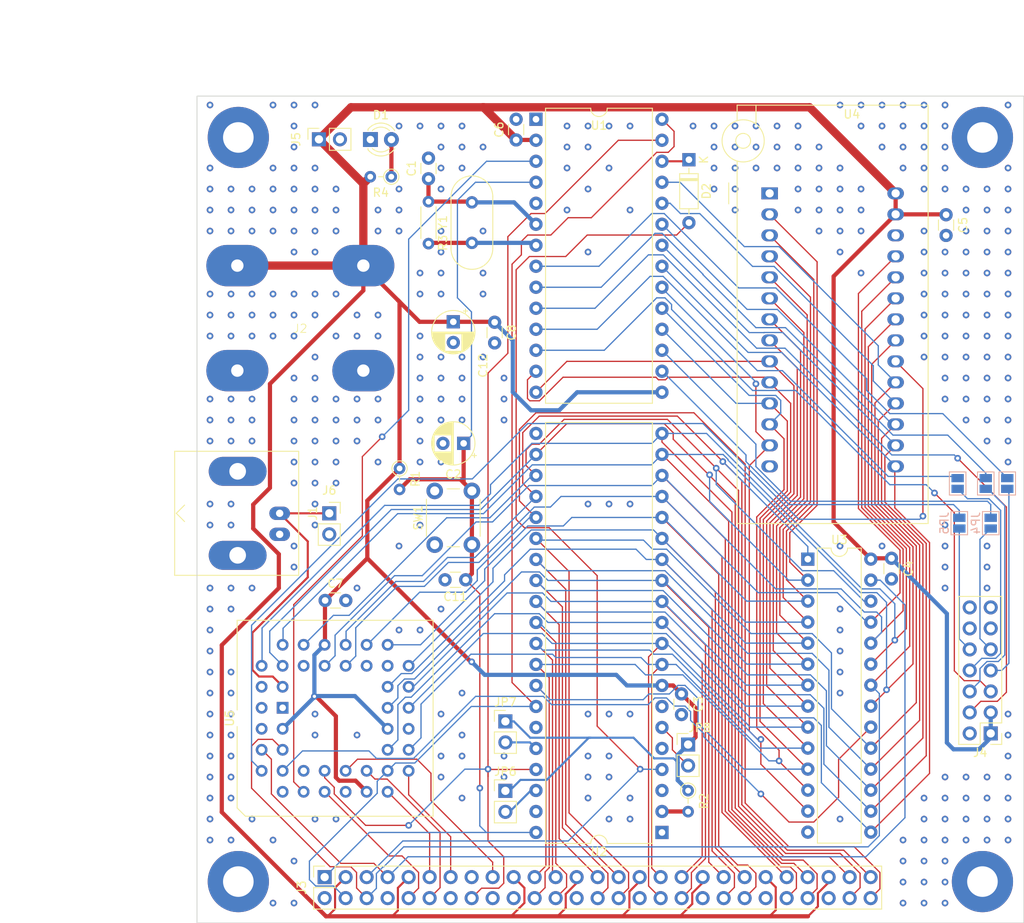
<source format=kicad_pcb>
(kicad_pcb (version 20221018) (generator pcbnew)
  (layers (0 "F.Cu" mixed) (1 "In1.Cu" power) (2 "In2.Cu" power) (31 "B.Cu" signal) (34 "B.Paste" user) (35 "F.Paste" user) (36 "B.SilkS" user "B.Silkscreen") (37 "F.SilkS" user "F.Silkscreen") (38 "B.Mask" user) (39 "F.Mask" user) (44 "Edge.Cuts" user))
  (net 0 "")
  (net 1 "Net-(U1-XTAL1)")
  (net 2 "GND")
  (net 3 "/reset")
  (net 4 "VCC")
  (net 5 "Net-(D2-K)")
  (net 6 "/~{irq}")
  (net 7 "/clk")
  (net 8 "/r~{w}")
  (net 9 "/~{oe}")
  (net 10 "/~{we}")
  (net 11 "/res_0")
  (net 12 "/res_1")
  (net 13 "/res_2")
  (net 14 "/res_3")
  (net 15 "/clk_aux")
  (net 16 "/clk2")
  (net 17 "/d0")
  (net 18 "/d1")
  (net 19 "/d2")
  (net 20 "/d3")
  (net 21 "/d4")
  (net 22 "/d5")
  (net 23 "/d6")
  (net 24 "/d7")
  (net 25 "/a0")
  (net 26 "/a1")
  (net 27 "/a2")
  (net 28 "/a3")
  (net 29 "/a4")
  (net 30 "/a5")
  (net 31 "/a6")
  (net 32 "/a7")
  (net 33 "/a8")
  (net 34 "/a9")
  (net 35 "/a10")
  (net 36 "/a11")
  (net 37 "/a12")
  (net 38 "/a13")
  (net 39 "/a14")
  (net 40 "/a15")
  (net 41 "/txd")
  (net 42 "/rxd")
  (net 43 "Net-(J4-Pin_6)")
  (net 44 "Net-(J4-Pin_7)")
  (net 45 "Net-(J4-Pin_8)")
  (net 46 "Net-(J4-Pin_9)")
  (net 47 "Net-(J4-Pin_10)")
  (net 48 "Net-(U1-XTAL2)")
  (net 49 "/~{ce_uart}")
  (net 54 "/~{ce_ram}")
  (net 56 "/~{ce_rom}")
  (net 62 "/~{cts}")
  (net 63 "/~{rts}")
  (net 64 "/~{dts}")
  (net 65 "/~{dsr}")
  (net 66 "/~{dcd}")
  (net 67 "Net-(D1-A)")
  (net 68 "Net-(U2-RDY)")
  (net 71 "Net-(JP6-B)")
  (net 72 "Net-(JP7-B)")
  (net 73 "Net-(JP8-B)")
  (footprint "Package_DIP:DIP-28_W7.62mm" (layer "F.Cu") (at 123.88 125)
    (fp_text reference "U3")
    (fp_text value "AS7C256B")
  )
  (footprint "Capacitor_THT:C_Disc_D3.0mm_W1.6mm_P2.50mm" (layer "F.Cu") (at 65.5 130)
    (fp_text reference "C7")
    (fp_text value "100n")
  )
  (footprint "MountingHole:MountingHole_3.7mm_Pad" (layer "F.Cu") (at 55 74)
    (fp_text reference "REF**" hide)
    (fp_text value "MountingHole_3.7mm_Pad" hide)
  )
  (footprint "Capacitor_THT:C_Disc_D3.0mm_W1.6mm_P2.50mm" (layer "F.Cu") (at 134 124.9 -90)
    (fp_text reference "C4")
    (fp_text value "100n")
  )
  (footprint "Connector_PinHeader_2.54mm:PinHeader_1x02_P2.54mm_Vertical" (layer "F.Cu") (at 109.4 147.425)
    (fp_text reference "JP8")
    (fp_text value "Jumper_2_Bridged")
  )
  (footprint "Button_Switch_THT:SW_PUSH_6mm_H5mm" (layer "F.Cu") (at 78.75 123.25 90)
    (fp_text reference "SW1")
    (fp_text value "SW_Push")
  )
  (footprint "Capacitor_THT:CP_Radial_D5.0mm_P2.50mm" (layer "F.Cu") (at 82.25 111 180)
    (fp_text reference "C2")
    (fp_text value "10uF")
  )
  (footprint "Capacitor_THT:C_Disc_D3.0mm_W1.6mm_P2.50mm" (layer "F.Cu") (at 140.6 83.35 -90)
    (fp_text reference "C5")
    (fp_text value "100n")
  )
  (footprint "Connector_PinSocket_2.54mm:PinSocket_1x02_P2.54mm_Vertical" (layer "F.Cu") (at 66 119.46)
    (fp_text reference "J6")
    (fp_text value "Conn_01x02_Pin")
  )
  (footprint "Connector_PinHeader_2.54mm:PinHeader_2x07_P2.54mm_Vertical" (layer "F.Cu") (at 146 146.08 180)
    (fp_text reference "J4")
    (fp_text value "Conn_01x14")
  )
  (footprint "MountingHole:MountingHole_3.7mm_Pad" (layer "F.Cu") (at 55 164)
    (fp_text reference "REF**" hide)
    (fp_text value "MountingHole_3.7mm_Pad" hide)
  )
  (footprint "Resistor_THT:R_Axial_DIN0204_L3.6mm_D1.6mm_P2.54mm_Vertical" (layer "F.Cu") (at 109.4 153 -90)
    (fp_text reference "R2")
    (fp_text value "3K3")
  )
  (footprint "MountingHole:MountingHole_3.7mm_Pad" (layer "F.Cu") (at 145 164)
    (fp_text reference "REF**" hide)
    (fp_text value "MountingHole_3.7mm_Pad" hide)
  )
  (footprint "Crystal:Crystal_HC18-U_Vertical" (layer "F.Cu") (at 83.25 86.75 90)
    (fp_text reference "Y1")
    (fp_text value "1.8432MHz")
  )
  (footprint "Socket:DIP_Socket-28_W11.9_W12.7_W15.24_W17.78_W18.5_3M_228-1277-00-0602J" (layer "F.Cu") (at 119.26 80.76)
    (fp_text reference "U4")
    (fp_text value "AT28C64B")
  )
  (footprint "Package_DIP:DIP-40_W15.24mm" (layer "F.Cu") (at 106.24 158.06 180)
    (fp_text reference "U2")
    (fp_text value "W65C02SxP")
  )
  (footprint "LED_THT:LED_D3.0mm" (layer "F.Cu") (at 70.975 74.25)
    (fp_text reference "D1")
    (fp_text value "LED")
  )
  (footprint "Diode_THT:D_DO-35_SOD27_P7.62mm_Horizontal" (layer "F.Cu") (at 109.5 76.69 -90)
    (fp_text reference "D2")
    (fp_text value "D_Schottky")
  )
  (footprint "MountingHole:MountingHole_3.7mm_Pad" (layer "F.Cu") (at 145 74)
    (fp_text reference "REF**" hide)
    (fp_text value "MountingHole_3.7mm_Pad" hide)
  )
  (footprint "Connector_PinHeader_2.54mm:PinHeader_1x02_P2.54mm_Vertical" (layer "F.Cu") (at 87.3 144.625)
    (fp_text reference "JP7")
    (fp_text value "Jumper_2_Bridged")
  )
  (footprint "Package_DIP:DIP-28_W15.24mm" (layer "F.Cu") (at 91 71.8)
    (fp_text reference "U1")
    (fp_text value "W65C51NxP")
  )
  (footprint "Connector_PinHeader_2.54mm:PinHeader_1x02_P2.54mm_Vertical" (layer "F.Cu") (at 87.3 153.025)
    (fp_text reference "JP6")
    (fp_text value "Jumper_2_Bridged")
  )
  (footprint "dd8_footprints_library:Bannana_Jack_2Pin" (layer "F.Cu") (at 62.5 89.5)
    (fp_text reference "J2")
    (fp_text value "Banana socket")
  )
  (footprint "Connector_Coaxial:BNC_Amphenol_B6252HB-NPP3G-50_Horizontal" (layer "F.Cu") (at 60 119.46 90)
    (fp_text reference "J1")
    (fp_text value "Conn_Coaxial")
  )
  (footprint "Capacitor_THT:C_Disc_D3.0mm_W1.6mm_P2.50mm" (layer "F.Cu") (at 86 96.35 -90)
    (fp_text reference "C8")
    (fp_text value "100n")
  )
  (footprint "Resistor_THT:R_Axial_DIN0204_L3.6mm_D1.6mm_P5.08mm_Horizontal" (layer "F.Cu") (at 78 81.76 -90)
    (fp_text reference "R3")
    (fp_text value "1M")
  )
  (footprint "Connector_PinSocket_2.54mm:PinSocket_2x27_P2.54mm_Vertical" (layer "F.Cu") (at 65.44 163.46 90)
    (fp_text reference "J3")
    (fp_text value "Conn_02x27_Odd_Even" hide)
  )
  (footprint "Capacitor_THT:C_Disc_D3.0mm_W1.6mm_P2.50mm" (layer "F.Cu") (at 82.5 127.5 180)
    (fp_text reference "C11")
    (fp_text value "100n")
  )
  (footprint "Resistor_THT:R_Axial_DIN0204_L3.6mm_D1.6mm_P2.54mm_Vertical" (layer "F.Cu") (at 74.5 114.03 -90)
    (fp_text reference "R1")
    (fp_text value "10K")
  )
  (footprint "Capacitor_THT:C_Disc_D3.0mm_W1.6mm_P2.50mm" (layer "F.Cu") (at 88.6 74.3 90)
    (fp_text reference "C6")
    (fp_text value "100n")
  )
  (footprint "Package_LCC:PLCC-44_THT-Socket" (layer "F.Cu") (at 60.36 142.98 90)
    (fp_text reference "U5")
    (fp_text value "~")
  )
  (footprint "Capacitor_THT:C_Disc_D3.0mm_W1.6mm_P2.50mm" (layer "F.Cu") (at 78 79 90)
    (fp_text reference "C1")
    (fp_text value "30pF")
  )
  (footprint "Resistor_THT:R_Axial_DIN0204_L3.6mm_D1.6mm_P2.54mm_Vertical" (layer "F.Cu") (at 73.5 78.75 180)
    (fp_text reference "R4")
    (fp_text value "1k")
  )
  (footprint "Capacitor_THT:C_Disc_D3.0mm_W1.6mm_P2.50mm" (layer "F.Cu") (at 108.6 141.3 -90)
    (fp_text reference "C3")
    (fp_text value "100n")
  )
  (footprint "Connector_PinSocket_2.54mm:PinSocket_1x02_P2.54mm_Vertical" (layer "F.Cu") (at 64.75 74.225 90)
    (fp_text reference "J5")
    (fp_text value "Conn_01x02_Pin")
  )
  (footprint "Capacitor_THT:CP_Radial_D5.0mm_P2.50mm" (layer "F.Cu") (at 81 96.294888 -90)
    (fp_text reference "C12")
    (fp_text value "10uF")
  )
  (footprint "Jumper:SolderJumper-2_P1.3mm_Open_Pad1.0x1.5mm" (layer "B.Cu") (at 142 115.85 -90)
    (fp_text reference "JP3" hide)
    (fp_text value "Jumper_2_Open" hide)
  )
  (footprint "Jumper:SolderJumper-2_P1.3mm_Open_Pad1.0x1.5mm" (layer "B.Cu") (at 145.4 115.85 -90)
    (fp_text reference "JP1" hide)
    (fp_text value "Jumper_2_Open" hide)
  )
  (footprint "Jumper:SolderJumper-2_P1.3mm_Open_Pad1.0x1.5mm" (layer "B.Cu") (at 142.2 120.65 -90)
    (fp_text reference "JP5")
    (fp_text value "Jumper_2_Open" hide)
  )
  (footprint "Jumper:SolderJumper-2_P1.3mm_Open_Pad1.0x1.5mm" (layer "B.Cu") (at 148 115.85 -90)
    (fp_text reference "JP2" hide)
    (fp_text value "Jumper_2_Open" hide)
  )
  (footprint "Jumper:SolderJumper-2_P1.3mm_Open_Pad1.0x1.5mm" (layer "B.Cu") (at 146 120.65 -90)
    (fp_text reference "JP4")
    (fp_text value "Jumper_2_Open" hide)
  )
  (gr_rect (start 50 69) (end 150 169) (stroke (width 0.1)) (fill none) (layer "Edge.Cuts"))
  (segment (start 83.16 81.76) (end 83.25 81.85) (width 0.508) (layer "F.Cu") (net 1))
  (segment (start 78 79) (end 78 81.76) (width 0.508) (layer "F.Cu") (net 1))
  (segment (start 78 81.76) (end 83.16 81.76) (width 0.508) (layer "F.Cu") (net 1))
  (segment (start 83.25 81.85) (end 88.35 81.85) (width 0.508) (layer "B.Cu") (net 1))
  (segment (start 88.35 81.85) (end 91 84.5) (width 0.508) (layer "B.Cu") (net 1))
  (via (at 130.315 85.315) (size 0.8) (drill 0.4) (layers "F.Cu" "B.Cu") (net 2))
  (via (at 140.475 156.435) (size 0.8) (drill 0.4) (layers "F.Cu" "B.Cu") (net 2))
  (via (at 87.135 108.175) (size 0.8) (drill 0.4) (layers "F.Cu" "B.Cu") (net 2))
  (via (at 140.475 87.855) (size 0.8) (drill 0.4) (layers "F.Cu" "B.Cu") (net 2))
  (via (at 64.275 113.255) (size 0.8) (drill 0.4) (layers "F.Cu" "B.Cu") (net 2))
  (via (at 51.575 146.275) (size 0.8) (drill 0.4) (layers "F.Cu" "B.Cu") (net 2))
  (via (at 132.855 75.155) (size 0.8) (drill 0.4) (layers "F.Cu" "B.Cu") (net 2))
  (via (at 99.835 118.335) (size 0.8) (drill 0.4) (layers "F.Cu" "B.Cu") (net 2))
  (via (at 59.195 158.975) (size 0.8) (drill 0.4) (layers "F.Cu" "B.Cu") (net 2))
  (via (at 117.615 72.615) (size 0.8) (drill 0.4) (layers "F.Cu" "B.Cu") (net 2))
  (via (at 127.775 87.855) (size 0.8) (drill 0.4) (layers "F.Cu" "B.Cu") (net 2))
  (via (at 145.555 125.955) (size 0.8) (drill 0.4) (layers "F.Cu" "B.Cu") (net 2))
  (via (at 127.775 133.575) (size 0.8) (drill 0.4) (layers "F.Cu" "B.Cu") (net 2))
  (via (at 140.475 123.415) (size 0.8) (drill 0.4) (layers "F.Cu" "B.Cu") (net 2))
  (via (at 122.695 82.775) (size 0.8) (drill 0.4) (layers "F.Cu" "B.Cu") (net 2))
  (via (at 87.135 103.095) (size 0.8) (drill 0.4) (layers "F.Cu" "B.Cu") (net 2))
  (via (at 140.475 98.015) (size 0.8) (drill 0.4) (layers "F.Cu" "B.Cu") (net 2))
  (via (at 132.855 72.615) (size 0.8) (drill 0.4) (layers "F.Cu" "B.Cu") (net 2))
  (via (at 79.515 105.635) (size 0.8) (drill 0.4) (layers "F.Cu" "B.Cu") (net 2))
  (via (at 140.475 151.355) (size 0.8) (drill 0.4) (layers "F.Cu" "B.Cu") (net 2))
  (via (at 127.775 131.035) (size 0.8) (drill 0.4) (layers "F.Cu" "B.Cu") (net 2))
  (via (at 97.295 80.235) (size 0.8) (drill 0.4) (layers "F.Cu" "B.Cu") (net 2))
  (via (at 64.275 100.555) (size 0.8) (drill 0.4) (layers "F.Cu" "B.Cu") (net 2))
  (via (at 140.475 166.595) (size 0.8) (drill 0.4) (layers "F.Cu" "B.Cu") (net 2))
  (via (at 66.815 80.235) (size 0.8) (drill 0.4) (layers "F.Cu" "B.Cu") (net 2))
  (via (at 59.195 82.775) (size 0.8) (drill 0.4) (layers "F.Cu" "B.Cu") (net 2))
  (via (at 148.095 110.715) (size 0.8) (drill 0.4) (layers "F.Cu" "B.Cu") (net 2))
  (via (at 140.475 158.975) (size 0.8) (drill 0.4) (layers "F.Cu" "B.Cu") (net 2))
  (via (at 76.975 90.395) (size 0.8) (drill 0.4) (layers "F.Cu" "B.Cu") (net 2))
  (via (at 54.115 151.355) (size 0.8) (drill 0.4) (layers "F.Cu" "B.Cu") (net 2))
  (via (at 148.095 92.935) (size 0.8) (drill 0.4) (layers "F.Cu" "B.Cu") (net 2))
  (via (at 69.355 98.015) (size 0.8) (drill 0.4) (layers "F.Cu" "B.Cu") (net 2))
  (via (at 145.555 108.175) (size 0.8) (drill 0.4) (layers "F.Cu" "B.Cu") (net 2))
  (via (at 143.015 82.775) (size 0.8) (drill 0.4) (layers "F.Cu" "B.Cu") (net 2))
  (via (at 125.235 82.775) (size 0.8) (drill 0.4) (layers "F.Cu" "B.Cu") (net 2))
  (via (at 61.735 105.635) (size 0.8) (drill 0.4) (layers "F.Cu" "B.Cu") (net 2))
  (via (at 74.435 123.415) (size 0.8) (drill 0.4) (layers "F.Cu" "B.Cu") (net 2))
  (via (at 51.575 82.775) (size 0.8) (drill 0.4) (layers "F.Cu" "B.Cu") (net 2))
  (via (at 125.235 77.695) (size 0.8) (drill 0.4) (layers "F.Cu" "B.Cu") (net 2))
  (via (at 97.295 143.735) (size 0.8) (drill 0.4) (layers "F.Cu" "B.Cu") (net 2))
  (via (at 143.015 98.015) (size 0.8) (drill 0.4) (layers "F.Cu" "B.Cu") (net 2))
  (via (at 140.475 105.635) (size 0.8) (drill 0.4) (layers "F.Cu" "B.Cu") (net 2))
  (via (at 79.515 100.555) (size 0.8) (drill 0.4) (layers "F.Cu" "B.Cu") (net 2))
  (via (at 51.575 148.815) (size 0.8) (drill 0.4) (layers "F.Cu" "B.Cu") (net 2))
  (via (at 82.055 75.155) (size 0.8) (drill 0.4) (layers "F.Cu" "B.Cu") (net 2))
  (via (at 56.655 110.715) (size 0.8) (drill 0.4) (layers "F.Cu" "B.Cu") (net 2))
  (via (at 64.275 146.275) (size 0.8) (drill 0.4) (layers "F.Cu" "B.Cu") (net 2))
  (via (at 145.555 156.435) (size 0.8) (drill 0.4) (layers "F.Cu" "B.Cu") (net 2))
  (via (at 140.475 90.395) (size 0.8) (drill 0.4) (layers "F.Cu" "B.Cu") (net 2))
  (via (at 97.295 118.335) (size 0.8) (drill 0.4) (layers "F.Cu" "B.Cu") (net 2))
  (via (at 82.055 146.275) (size 0.8) (drill 0.4) (layers "F.Cu" "B.Cu") (net 2))
  (via (at 69.355 146.275) (size 0.8) (drill 0.4) (layers "F.Cu" "B.Cu") (net 2))
  (via (at 66.815 115.795) (size 0.8) (drill 0.4) (layers "F.Cu" "B.Cu") (net 2))
  (via (at 56.655 108.175) (size 0.8) (drill 0.4) (layers "F.Cu" "B.Cu") (net 2))
  (via (at 145.555 95.475) (size 0.8) (drill 0.4) (layers "F.Cu" "B.Cu") (net 2))
  (via (at 87.135 105.635) (size 0.8) (drill 0.4) (layers "F.Cu" "B.Cu") (net 2))
  (via (at 56.655 95.475) (size 0.8) (drill 0.4) (layers "F.Cu" "B.Cu") (net 2))
  (via (at 61.735 125.955) (size 0.8) (drill 0.4) (layers "F.Cu" "B.Cu") (net 2))
  (via (at 71.895 82.775) (size 0.8) (drill 0.4) (layers "F.Cu" "B.Cu") (net 2))
  (via (at 145.555 85.315) (size 0.8) (drill 0.4) (layers "F.Cu" "B.Cu") (net 2))
  (via (at 135.395 70.075) (size 0.8) (drill 0.4) (layers "F.Cu" "B.Cu") (net 2))
  (via (at 120.155 77.695) (size 0.8) (drill 0.4) (layers "F.Cu" "B.Cu") (net 2))
  (via (at 64.275 105.635) (size 0.8) (drill 0.4) (layers "F.Cu" "B.Cu") (net 2))
  (via (at 125.235 85.315) (size 0.8) (drill 0.4) (layers "F.Cu" "B.Cu") (net 2))
  (via (at 135.395 158.975) (size 0.8) (drill 0.4) (layers "F.Cu" "B.Cu") (net 2))
  (via (at 148.095 90.395) (size 0.8) (drill 0.4) (layers "F.Cu" "B.Cu") (net 2))
  (via (at 79.515 131.035) (size 0.8) (drill 0.4) (layers "F.Cu" "B.Cu") (net 2))
  (via (at 132.855 70.075) (size 0.8) (drill 0.4) (layers "F.Cu" "B.Cu") (net 2))
  (via (at 74.435 72.615) (size 0.8) (drill 0.4) (layers "F.Cu" "B.Cu") (net 2))
  (via (at 102.375 118.335) (size 0.8) (drill 0.4) (layers "F.Cu" "B.Cu") (net 2))
  (via (at 54.115 105.635) (size 0.8) (drill 0.4) (layers "F.Cu" "B.Cu") (net 2))
  (via (at 66.815 110.715) (size 0.8) (drill 0.4) (layers "F.Cu" "B.Cu") (net 2))
  (via (at 76.975 72.615) (size 0.8) (drill 0.4) (layers "F.Cu" "B.Cu") (net 2))
  (via (at 127.775 82.775) (size 0.8) (drill 0.4) (layers "F.Cu" "B.Cu") (net 2))
  (via (at 76.975 92.935) (size 0.8) (drill 0.4) (layers "F.Cu" "B.Cu") (net 2))
  (via (at 137.935 92.935) (size 0.8) (drill 0.4) (layers "F.Cu" "B.Cu") (net 2))
  (via (at 143.015 108.175) (size 0.8) (drill 0.4) (layers "F.Cu" "B.Cu") (net 2))
  (via (at 140.475 128.495) (size 0.8) (drill 0.4) (layers "F.Cu" "B.Cu") (net 2))
  (via (at 61.735 166.595) (size 0.8) (drill 0.4) (layers "F.Cu" "B.Cu") (net 2))
  (via (at 82.055 141.195) (size 0.8) (drill 0.4) (layers "F.Cu" "B.Cu") (net 2))
  (via (at 61.735 75.155) (size 0.8) (drill 0.4) (layers "F.Cu" "B.Cu") (net 2))
  (via (at 54.115 82.775) (size 0.8) (drill 0.4) (layers "F.Cu" "B.Cu") (net 2))
  (via (at 127.775 141.195) (size 0.8) (drill 0.4) (layers "F.Cu" "B.Cu") (net 2))
  (via (at 84.595 92.935) (size 0.8) (drill 0.4) (layers "F.Cu" "B.Cu") (net 2))
  (via (at 102.375 156.435) (size 0.8) (drill 0.4) (layers "F.Cu" "B.Cu") (net 2))
  (via (at 69.355 95.475) (size 0.8) (drill 0.4) (layers "F.Cu" "B.Cu") (net 2))
  (via (at 135.395 72.615) (size 0.8) (drill 0.4) (layers "F.Cu" "B.Cu") (net 2))
  (via (at 54.115 128.495) (size 0.8) (drill 0.4) (layers "F.Cu" "B.Cu") (net 2))
  (via (at 76.975 100.555) (size 0.8) (drill 0.4) (layers "F.Cu" "B.Cu") (net 2))
  (via (at 143.015 92.935) (size 0.8) (drill 0.4) (layers "F.Cu" "B.Cu") (net 2))
  (via (at 56.655 85.315) (size 0.8) (drill 0.4) (layers "F.Cu" "B.Cu") (net 2))
  (via (at 140.475 161.515) (size 0.8) (drill 0.4) (layers "F.Cu" "B.Cu") (net 2))
  (via (at 64.275 95.475) (size 0.8) (drill 0.4) (layers "F.Cu" "B.Cu") (net 2))
  (via (at 97.295 151.355) (size 0.8) (drill 0.4) (layers "F.Cu" "B.Cu") (net 2))
  (via (at 140.475 92.935) (size 0.8) (drill 0.4) (layers "F.Cu" "B.Cu") (net 2))
  (via (at 66.815 108.175) (size 0.8) (drill 0.4) (layers "F.Cu" "B.Cu") (net 2))
  (via (at 94.755 77.695) (size 0.8) (drill 0.4) (layers "F.Cu" "B.Cu") (net 2))
  (via (at 143.015 151.355) (size 0.8) (drill 0.4) (layers "F.Cu" "B.Cu") (net 2))
  (via (at 94.755 75.155) (size 0.8) (drill 0.4) (layers "F.Cu" "B.Cu") (net 2))
  (via (at 97.295 72.615) (size 0.8) (drill 0.4) (layers "F.Cu" "B.Cu") (net 2))
  (via (at 79.515 80.235) (size 0.8) (drill 0.4) (layers "F.Cu" "B.Cu") (net 2))
  (via (at 64.275 87.855) (size 0.8) (drill 0.4) (layers "F.Cu" "B.Cu") (net 2))
  (via (at 102.375 153.895) (size 0.8) (drill 0.4) (layers "F.Cu" "B.Cu") (net 2))
  (via (at 145.555 105.635) (size 0.8) (drill 0.4) (layers "F.Cu" "B.Cu") (net 2))
  (via (at 97.295 148.815) (size 0.8) (drill 0.4) (layers "F.Cu" "B.Cu") (net 2))
  (via (at 56.655 105.635) (size 0.8) (drill 0.4) (layers "F.Cu" "B.Cu") (net 2))
  (via (at 51.575 110.715) (size 0.8) (drill 0.4) (layers "F.Cu" "B.Cu") (net 2))
  (via (at 145.555 158.975) (size 0.8) (drill 0.4) (layers "F.Cu" "B.Cu") (net 2))
  (via (at 61.735 98.015) (size 0.8) (drill 0.4) (layers "F.Cu" "B.Cu") (net 2))
  (via (at 51.575 133.575) (size 0.8) (drill 0.4) (layers "F.Cu" "B.Cu") (net 2))
  (via (at 51.575 108.175) (size 0.8) (drill 0.4) (layers "F.Cu" "B.Cu") (net 2))
  (via (at 54.115 110.715) (size 0.8) (drill 0.4) (layers "F.Cu" "B.Cu") (net 2))
  (via (at 99.835 143.735) (size 0.8) (drill 0.4) (layers "F.Cu" "B.Cu") (net 2))
  (via (at 140.475 70.075) (size 0.8) (drill 0.4) (layers "F.Cu" "B.Cu") (net 2))
  (via (at 59.195 92.935) (size 0.8) (drill 0.4) (layers "F.Cu" "B.Cu") (net 2))
  (via (at 76.975 133.575) (size 0.8) (drill 0.4) (layers "F.Cu" "B.Cu") (net 2))
  (via (at 102.375 143.735) (size 0.8) (drill 0.4) (layers "F.Cu" "B.Cu") (net 2))
  (via (at 71.895 108.175) (size 0.8) (drill 0.4) (layers "F.Cu" "B.Cu") (net 2))
  (via (at 122.695 77.695) (size 0.8) (drill 0.4) (layers "F.Cu" "B.Cu") (net 2))
  (via (at 69.355 108.175) (size 0.8) (drill 0.4) (layers "F.Cu" "B.Cu") (net 2))
  (via (at 61.735 70.075) (size 0.8) (drill 0.4) (layers "F.Cu" "B.Cu") (net 2))
  (via (at 79.515 90.395) (size 0.8) (drill 0.4) (layers "F.Cu" "B.Cu") (net 2))
  (via (at 148.095 98.015) (size 0.8) (drill 0.4) (layers "F.Cu" "B.Cu") (net 2))
  (via (at 64.275 103.095) (size 0.8) (drill 0.4) (layers "F.Cu" "B.Cu") (net 2))
  (via (at 51.575 128.495) (size 0.8) (drill 0.4) (layers "F.Cu" "B.Cu") (net 2))
  (via (at 51.575 151.355) (size 0.8) (drill 0.4) (layers "F.Cu" "B.Cu") (net 2))
  (via (at 71.895 98.015) (size 0.8) (drill 0.4) (layers "F.Cu" "B.Cu") (net 2))
  (via (at 61.735 161.515) (size 0.8) (drill 0.4) (layers "F.Cu" "B.Cu") (net 2))
  (via (at 64.275 156.435) (size 0.8) (drill 0.4) (layers "F.Cu" "B.Cu") (net 2))
  (via (at 76.975 113.255) (size 0.8) (drill 0.4) (layers "F.Cu" "B.Cu") (net 2))
  (via (at 61.735 82.775) (size 0.8) (drill 0.4) (layers "F.Cu" "B.Cu") (net 2))
  (via (at 54.115 138.655) (size 0.8) (drill 0.4) (layers "F.Cu" "B.Cu") (net 2))
  (via (at 61.735 72.615) (size 0.8) (drill 0.4) (layers "F.Cu" "B.Cu") (net 2))
  (via (at 66.815 82.775) (size 0.8) (drill 0.4) (layers "F.Cu" "B.Cu") (net 2))
  (via (at 140.475 120.875) (size 0.8) (drill 0.4) (layers "F.Cu" "B.Cu") (net 2))
  (via (at 143.015 100.555) (size 0.8) (drill 0.4) (layers "F.Cu" "B.Cu") (net 2))
  (via (at 51.575 156.435) (size 0.8) (drill 0.4) (layers "F.Cu" "B.Cu") (net 2))
  (via (at 127.775 138.655) (size 0.8) (drill 0.4) (layers "F.Cu" "B.Cu") (net 2))
  (via (at 51.575 131.035) (size 0.8) (drill 0.4) (layers "F.Cu" "B.Cu") (net 2))
  (via (at 120.155 75.155) (size 0.8) (drill 0.4) (layers "F.Cu" "B.Cu") (net 2))
  (via (at 51.575 98.015) (size 0.8) (drill 0.4) (layers "F.Cu" "B.Cu") (net 2))
  (via (at 112.535 77.695) (size 0.8) (drill 0.4) (layers "F.Cu" "B.Cu") (net 2))
  (via (at 74.435 133.575) (size 0.8) (drill 0.4) (layers "F.Cu" "B.Cu") (net 2))
  (via (at 61.735 77.695) (size 0.8) (drill 0.4) (layers "F.Cu" "B.Cu") (net 2))
  (via (at 79.515 143.735) (size 0.8) (drill 0.4) (layers "F.Cu" "B.Cu") (net 2))
  (via (at 82.055 72.615) (size 0.8) (drill 0.4) (layers "F.Cu" "B.Cu") (net 2))
  (via (at 145.555 90.395) (size 0.8) (drill 0.4) (layers "F.Cu" "B.Cu") (net 2))
  (via (at 97.295 75.155) (size 0.8) (drill 0.4) (layers "F.Cu" "B.Cu") (net 2))
  (via (at 84.595 100.555) (size 0.8) (drill 0.4) (layers "F.Cu" "B.Cu") (net 2))
  (via (at 140.475 80.235) (size 0.8) (drill 0.4) (layers "F.Cu" "B.Cu") (net 2))
  (via (at 137.935 156.435) (size 0.8) (drill 0.4) (layers "F.Cu" "B.Cu") (net 2))
  (via (at 76.975 120.875) (size 0.8) (drill 0.4) (layers "F.Cu" "B.Cu") (net 2))
  (via (at 66.815 98.015) (size 0.8) (drill 0.4) (layers "F.Cu" "B.Cu") (net 2))
  (via (at 51.575 105.635) (size 0.8) (drill 0.4) (layers "F.Cu" "B.Cu") (net 2))
  (via (at 76.975 105.635) (size 0.8) (drill 0.4) (layers "F.Cu" "B.Cu") (net 2))
  (via (at 87.135 148.815) (size 0.8) (drill 0.4) (layers "F.Cu" "B.Cu") (net 2))
  (via (at 137.935 87.855) (size 0.8) (drill 0.4) (layers "F.Cu" "B.Cu") (net 2))
  (via (at 51.575 92.935) (size 0.8) (drill 0.4) (layers "F.Cu" "B.Cu") (net 2))
  (via (at 125.235 80.235) (size 0.8) (drill 0.4) (layers "F.Cu" "B.Cu") (net 2))
  (via (at 99.835 151.355) (size 0.8) (drill 0.4) (layers "F.Cu" "B.Cu") (net 2))
  (via (at 99.835 77.695) (size 0.8) (drill 0.4) (layers "F.Cu" "B.Cu") (net 2))
  (via (at 64.275 80.235) (size 0.8) (drill 0.4) (layers "F.Cu" "B.Cu") (net 2))
  (via (at 82.055 108.175) (size 0.8) (drill 0.4) (layers "F.Cu" "B.Cu") (net 2))
  (via (at 66.815 113.255) (size 0.8) (drill 0.4) (layers "F.Cu" "B.Cu") (net 2))
  (via (at 115.075 80.235) (size 0.8) (drill 0.4) (layers "F.Cu" "B.Cu") (net 2))
  (via (at 79.515 151.355) (size 0.8) (drill 0.4) (layers "F.Cu" "B.Cu") (net 2))
  (via (at 79.515 108.175) (size 0.8) (drill 0.4) (layers "F.Cu" "B.Cu") (net 2))
  (via (at 122.695 72.615) (size 0.8) (drill 0.4) (layers "F.Cu" "B.Cu") (net 2))
  (via (at 51.575 136.115) (size 0.8) (drill 0.4) (layers "F.Cu" "B.Cu") (net 2))
  (via (at 71.895 85.315) (size 0.8) (drill 0.4) (layers "F.Cu" "B.Cu") (net 2))
  (via (at 74.435 82.775) (size 0.8) (drill 0.4) (layers "F.Cu" "B.Cu") (net 2))
  (via (at 137.935 161.515) (size 0.8) (drill 0.4) (layers "F.Cu" "B.Cu") (net 2))
  (via (at 117.615 75.155) (size 0.8) (drill 0.4) (layers "F.Cu" "B.Cu") (net 2))
  (via (at 54.115 95.475) (size 0.8) (drill 0.4) (layers "F.Cu" "B.Cu") (net 2))
  (via (at 82.055 148.815) (size 0.8) (drill 0.4) (layers "F.Cu" "B.Cu") (net 2))
  (via (at 135.395 161.515) (size 0.8) (drill 0.4) (layers "F.Cu" "B.Cu") (net 2))
  (via (at 145.555 87.855) (size 0.8) (drill 0.4) (layers "F.Cu" "B.Cu") (net 2))
  (via (at 61.735 87.855) (size 0.8) (drill 0.4) (layers "F.Cu" "B.Cu") (net 2))
  (via (at 61.735 123.415) (size 0.8) (drill 0.4) (layers "F.Cu" "B.Cu") (net 2))
  (via (at 145.555 153.895) (size 0.8) (drill 0.4) (layers "F.Cu" "B.Cu") (net 2))
  (via (at 76.975 98.015) (size 0.8) (drill 0.4) (layers "F.Cu" "B.Cu") (net 2))
  (via (at 59.195 77.695) (size 0.8) (drill 0.4) (layers "F.Cu" "B.Cu") (net 2))
  (via (at 137.935 70.075) (size 0.8) (drill 0.4) (layers "F.Cu" "B.Cu") (net 2))
  (via (at 61.735 95.475) (size 0.8) (drill 0.4) (layers "F.Cu" "B.Cu") (net 2))
  (via (at 143.015 103.095) (size 0.8) (drill 0.4) (layers "F.Cu" "B.Cu") (net 2))
  (via (at 97.295 87.855) (size 0.8) (drill 0.4) (layers "F.Cu" "B.Cu") (net 2))
  (via (at 102.375 72.615) (size 0.8) (drill 0.4) (layers "F.Cu" "B.Cu") (net 2))
  (via (at 84.595 90.395) (size 0.8) (drill 0.4) (layers "F.Cu" "B.Cu") (net 2))
  (via (at 140.475 72.615) (size 0.8) (drill 0.4) (layers "F.Cu" "B.Cu") (net 2))
  (via (at 122.695 80.235) (size 0.8) (drill 0.4) (layers "F.Cu" "B.Cu") (net 2))
  (via (at 145.555 80.235) (size 0.8) (drill 0.4) (layers "F.Cu" "B.Cu") (net 2))
  (via (at 61.735 103.095) (size 0.8) (drill 0.4) (layers "F.Cu" "B.Cu") (net 2))
  (via (at 74.435 85.315) (size 0.8) (drill 0.4) (layers "F.Cu" "B.Cu") (net 2))
  (via (at 99.835 156.435) (size 0.8) (drill 0.4) (layers "F.Cu" "B.Cu") (net 2))
  (via (at 145.555 103.095) (size 0.8) (drill 0.4) (layers "F.Cu" "B.Cu") (net 2))
  (via (at 66.815 85.315) (size 0.8) (drill 0.4) (layers "F.Cu" "B.Cu") (net 2))
  (via (at 102.375 82.775) (size 0.8) (drill 0.4) (layers "F.Cu" "B.Cu") (net 2))
  (via (at 64.275 70.075) (size 0.8) (drill 0.4) (layers "F.Cu" "B.Cu") (net 2))
  (via (at 145.555 128.495) (size 0.8) (drill 0.4) (layers "F.Cu" "B.Cu") (net 2))
  (via (at 61.735 85.315) (size 0.8) (drill 0.4) (layers "F.Cu" "B.Cu") (net 2))
  (via (at 137.935 166.595) (size 0.8) (drill 0.4) (layers "F.Cu" "B.Cu") (net 2))
  (via (at 148.095 151.355) (size 0.8) (drill 0.4) (layers "F.Cu" "B.Cu") (net 2))
  (via (at 54.115 92.935) (size 0.8) (drill 0.4) (layers "F.Cu" "B.Cu") (net 2))
  (via (at 64.275 118.335) (size 0.8) (drill 0.4) (layers "F.Cu" "B.Cu") (net 2))
  (via (at 122.695 75.155) (size 0.8) (drill 0.4) (layers "F.Cu" "B.Cu") (net 2))
  (via (at 140.475 103.095) (size 0.8) (drill 0.4) (layers "F.Cu" "B.Cu") (net 2))
  (via (at 148.095 148.815) (size 0.8) (drill 0.4) (layers "F.Cu" "B.Cu") (net 2))
  (via (at 137.935 98.015) (size 0.8) (drill 0.4) (layers "F.Cu" "B.Cu") (net 2))
  (via (at 54.115 120.875) (size 0.8) (drill 0.4) (layers "F.Cu" "B.Cu") (net 2))
  (via (at 143.015 105.635) (size 0.8) (drill 0.4) (layers "F.Cu" "B.Cu") (net 2))
  (via (at 97.295 153.895) (size 0.8) (drill 0.4) (layers "F.Cu" "B.Cu") (net 2))
  (via (at 79.515 92.935) (size 0.8) (drill 0.4) (layers "F.Cu" "B.Cu") (net 2))
  (via (at 145.555 100.555) (size 0.8) (drill 0.4) (layers "F.Cu" "B.Cu") (net 2))
  (via (at 59.195 80.235) (size 0.8) (drill 0.4) (layers "F.Cu" "B.Cu") (net 2))
  (via (at 135.395 164.055) (size 0.8) (drill 0.4) (layers "F.Cu" "B.Cu") (net 2))
  (via (at 79.515 148.815) (size 0.8) (drill 0.4) (layers "F.Cu" "B.Cu") (net 2))
  (via (at 71.895 105.635) (size 0.8) (drill 0.4) (layers "F.Cu" "B.Cu") (net 2))
  (via (at 127.775 123.415) (size 0.8) (drill 0.4) (layers "F.Cu" "B.Cu") (net 2))
  (via (at 66.815 156.435) (size 0.8) (drill 0.4) (layers "F.Cu" "B.Cu") (net 2))
  (via (at 148.095 85.315) (size 0.8) (drill 0.4) (layers "F.Cu" "B.Cu") (net 2))
  (via (at 148.095 146.275) (size 0.8) (drill 0.4) (layers "F.Cu" "B.Cu") (net 2))
  (via (at 120.155 72.615) (size 0.8) (drill 0.4) (layers "F.Cu" "B.Cu") (net 2))
  (via (at 148.095 153.895) (size 0.8) (drill 0.4) (layers "F.Cu" "B.Cu") (net 2))
  (via (at 64.275 82.775) (size 0.8) (drill 0.4) (layers "F.Cu" "B.Cu") (net 2))
  (via (at 82.055 103.095) (size 0.8) (drill 0.4) (layers "F.Cu" "B.Cu") (net 2))
  (via (at 51.575 70.075) (size 0.8) (drill 0.4) (layers "F.Cu" "B.Cu") (net 2))
  (via (at 54.115 108.175) (size 0.8) (drill 0.4) (layers "F.Cu" "B.Cu") (net 2))
  (via (at 148.095 113.255) (size 0.8) (drill 0.4) (layers "F.Cu" "B.Cu") (net 2))
  (via (at 51.575 138.655) (size 0.8) (drill 0.4) (layers "F.Cu" "B.Cu") (net 2))
  (via (at 79.515 103.095) (size 0.8) (drill 0.4) (layers "F.Cu" "B.Cu") (net 2))
  (via (at 137.935 153.895) (size 0.8) (drill 0.4) (layers "F.Cu" "B.Cu") (net 2))
  (via (at 143.015 158.975) (size 0.8) (drill 0.4) (layers "F.Cu" "B.Cu") (net 2))
  (via (at 127.775 77.695) (size 0.8) (drill 0.4) (layers "F.Cu" "B.Cu") (net 2))
  (via (at 82.055 153.895) (size 0.8) (drill 0.4) (layers "F.Cu" "B.Cu") (net 2))
  (via (at 54.115 118.335) (size 0.8) (drill 0.4) (layers "F.Cu" "B.Cu") (net 2))
  (via (at 143.015 90.395) (size 0.8) (drill 0.4) (layers "F.Cu" "B.Cu") (net 2))
  (via (at 148.095 77.695) (size 0.8) (drill 0.4) (layers "F.Cu" "B.Cu") (net 2))
  (via (at 71.895 95.475) (size 0.8) (drill 0.4) (layers "F.Cu" "B.Cu") (net 2))
  (via (at 69.355 105.635) (size 0.8) (drill 0.4) (layers "F.Cu" "B.Cu") (net 2))
  (via (at 127.775 85.315) (size 0.8) (drill 0.4) (layers "F.Cu" "B.Cu") (net 2))
  (via (at 66.815 105.635) (size 0.8) (drill 0.4) (layers "F.Cu" "B.Cu") (net 2))
  (via (at 84.595 75.155) (size 0.8) (drill 0.4) (layers "F.Cu" "B.Cu") (net 2))
  (via (at 64.275 77.695) (size 0.8) (drill 0.4) (layers "F.Cu" "B.Cu") (net 2))
  (via (at 71.895 113.255) (size 0.8) (drill 0.4) (layers "F.Cu" "B.Cu") (net 2))
  (via (at 76.975 110.715) (size 0.8) (drill 0.4) (layers "F.Cu" "B.Cu") (net 2))
  (via (at 64.275 143.735) (size 0.8) (drill 0.4) (layers "F.Cu" "B.Cu") (net 2))
  (via (at 137.935 100.555) (size 0.8) (drill 0.4) (layers "F.Cu" "B.Cu") (net 2))
  (via (at 51.575 120.875) (size 0.8) (drill 0.4) (layers "F.Cu" "B.Cu") (net 2))
  (via (at 82.055 100.555) (size 0.8) (drill 0.4) (layers "F.Cu" "B.Cu") (net 2))
  (via (at 148.095 108.175) (size 0.8) (drill 0.4) (layers "F.Cu" "B.Cu") (net 2))
  (via (at 64.275 110.715) (size 0.8) (drill 0.4) (layers "F.Cu" "B.Cu") (net 2))
  (via (at 148.095 158.975) (size 0.8) (drill 0.4) (layers "F.Cu" "B.Cu") (net 2))
  (via (at 51.575 80.235) (size 0.8) (drill 0.4) (layers "F.Cu" "B.Cu") (net 2))
  (via (at 140.475 164.055) (size 0.8) (drill 0.4) (layers "F.Cu" "B.Cu") (net 2))
  (via (at 51.575 158.975) (size 0.8) (drill 0.4) (layers "F.Cu" "B.Cu") (net 2))
  (via (at 51.575 95.475) (size 0.8) (drill 0.4) (layers "F.Cu" "B.Cu") (net 2))
  (via (at 148.095 70.075) (size 0.8) (drill 0.4) (layers "F.Cu" "B.Cu") (net 2))
  (via (at 143.015 156.435) (size 0.8) (drill 0.4) (layers "F.Cu" "B.Cu") (net 2))
  (via (at 56.655 156.435) (size 0.8) (drill 0.4) (layers "F.Cu" "B.Cu") (net 2))
  (via (at 137.935 75.155) (size 0.8) (drill 0.4) (layers "F.Cu" "B.Cu") (net 2))
  (via (at 54.115 143.735) (size 0.8) (drill 0.4) (layers "F.Cu" "B.Cu") (net 2))
  (via (at 61.735 113.255) (size 0.8) (drill 0.4) (layers "F.Cu" "B.Cu") (net 2))
  (via (at 140.475 95.475) (size 0.8) (drill 0.4) (layers "F.Cu" "B.Cu") (net 2))
  (via (at 130.315 82.775) (size 0.8) (drill 0.4) (layers "F.Cu" "B.Cu") (net 2))
  (via (at 117.615 77.695) (size 0.8) (drill 0.4) (layers "F.Cu" "B.Cu") (net 2))
  (via (at 132.855 123.415) (size 0.8) (drill 0.4) (layers "F.Cu" "B.Cu") (net 2))
  (via (at 51.575 118.335) (size 0.8) (drill 0.4) (layers "F.Cu" "B.Cu") (net 2))
  (via (at 148.095 100.555) (size 0.8) (drill 0.4) (layers "F.Cu" "B.Cu") (net 2))
  (via (at 99.835 72.615) (size 0.8) (drill 0.4) (layers "F.Cu" "B.Cu") (net 2))
  (via (at 137.935 158.975) (size 0.8) (drill 0.4) (layers "F.Cu" "B.Cu") (net 2))
  (via (at 130.315 80.235) (size 0.8) (drill 0.4) (layers "F.Cu" "B.Cu") (net 2))
  (via (at 54.115 141.195) (size 0.8) (drill 0.4) (layers "F.Cu" "B.Cu") (net 2))
  (via (at 143.015 153.895) (size 0.8) (drill 0.4) (layers "F.Cu" "B.Cu") (net 2))
  (via (at 54.115 80.235) (size 0.8) (drill 0.4) (layers "F.Cu" "B.Cu") (net 2))
  (via (at 145.555 98.015) (size 0.8) (drill 0.4) (layers "F.Cu" "B.Cu") (net 2))
  (via (at 59.195 95.475) (size 0.8) (drill 0.4) (layers "F.Cu" "B.Cu") (net 2))
  (via (at 56.655 82.775) (size 0.8) (drill 0.4) (layers "F.Cu" "B.Cu") (net 2))
  (via (at 135.395 166.595) (size 0.8) (drill 0.4) (layers "F.Cu" "B.Cu") (net 2))
  (via (at 140.475 77.695) (size 0.8) (drill 0.4) (layers "F.Cu" "B.Cu") (net 2))
  (via (at 87.135 151.355) (size 0.8) (drill 0.4) (layers "F.Cu" "B.Cu") (net 2))
  (via (at 59.195 98.015) (size 0.8) (drill 0.4) (layers "F.Cu" "B.Cu") (net 2))
  (via (at 145.555 110.715) (size 0.8) (drill 0.4) (layers "F.Cu" "B.Cu") (net 2))
  (via (at 137.935 85.315) (size 0.8) (drill 0.4) (layers "F.Cu" "B.Cu") (net 2))
  (via (at 145.555 92.935) (size 0.8) (drill 0.4) (layers "F.Cu" "B.Cu") (net 2))
  (via (at 51.575 153.895) (size 0.8) (drill 0.4) (layers "F.Cu" "B.Cu") (net 2))
  (via (at 137.935 164.055) (size 0.8) (drill 0.4) (layers "F.Cu" "B.Cu") (net 2))
  (via (at 148.095 156.435) (size 0.8) (drill 0.4) (layers "F.Cu" "B.Cu") (net 2))
  (via (at 137.935 80.235) (size 0.8) (drill 0.4) (layers "F.Cu" "B.Cu") (net 2))
  (via (at 145.555 123.415) (size 0.8) (drill 0.4) (layers "F.Cu" "B.Cu") (net 2))
  (via (at 64.275 92.935) (size 0.8) (drill 0.4) (layers "F.Cu" "B.Cu") (net 2))
  (via (at 148.095 103.095) (size 0.8) (drill 0.4) (layers "F.Cu" "B.Cu") (net 2))
  (via (at 94.755 82.775) (size 0.8) (drill 0.4) (layers "F.Cu" "B.Cu") (net 2))
  (via (at 54.115 158.975) (size 0.8) (drill 0.4) (layers "F.Cu" "B.Cu") (net 2))
  (via (at 76.975 103.095) (size 0.8) (drill 0.4) (layers "F.Cu" "B.Cu") (net 2))
  (via (at 127.775 70.075) (size 0.8) (drill 0.4) (layers "F.Cu" "B.Cu") (net 2))
  (via (at 79.515 77.695) (size 0.8) (drill 0.4) (layers "F.Cu" "B.Cu") (net 2))
  (via (at 148.095 143.735) (size 0.8) (drill 0.4) (layers "F.Cu" "B.Cu") (net 2))
  (via (at 143.015 85.315) (size 0.8) (drill 0.4) (layers "F.Cu" "B.Cu") (net 2))
  (via (at 79.515 75.155) (size 0.8) (drill 0.4) (layers "F.Cu" "B.Cu") (net 2))
  (via (at 99.835 148.815) (size 0.8) (drill 0.4) (layers "F.Cu" "B.Cu") (net 2))
  (via (at 59.195 166.595) (size 0.8) (drill 0.4) (layers "F.Cu" "B.Cu") (net 2))
  (via (at 145.555 151.355) (size 0.8) (drill 0.4) (layers "F.Cu" "B.Cu") (net 2))
  (via (at 84.595 85.315) (size 0.8) (drill 0.4) (layers "F.Cu" "B.Cu") (net 2))
  (via (at 145.555 82.775) (size 0.8) (drill 0.4) (layers "F.Cu" "B.Cu") (net 2))
  (via (at 64.275 120.875) (size 0.8) (drill 0.4) (layers "F.Cu" "B.Cu") (net 2))
  (via (at 54.115 146.275) (size 0.8) (drill 0.4) (layers "F.Cu" "B.Cu") (net 2))
  (via (at 115.075 77.695) (size 0.8) (drill 0.4) (layers "F.Cu" "B.Cu") (net 2))
  (via (at 64.275 85.315) (size 0.8) (drill 0.4) (layers "F.Cu" "B.Cu") (net 2))
  (via (at 79.515 113.255) (size 0.8) (drill 0.4) (layers "F.Cu" "B.Cu") (net 2))
  (via (at 54.115 98.015) (size 0.8) (drill 0.4) (layers "F.Cu" "B.Cu") (net 2))
  (via (at 64.275 108.175) (size 0.8) (drill 0.4) (layers "F.Cu" "B.Cu") (net 2))
  (via (at 140.475 100.555) (size 0.8) (drill 0.4) (layers "F.Cu" "B.Cu") (net 2))
  (via (at 143.015 95.475) (size 0.8) (drill 0.4) (layers "F.Cu" "B.Cu") (net 2))
  (via (at 127.775 156.435) (size 0.8) (drill 0.4) (layers "F.Cu" "B.Cu") (net 2))
  (via (at 137.935 90.395) (size 0.8) (drill 0.4) (layers "F.Cu" "B.Cu") (net 2))
  (via (at 135.395 77.695) (size 0.8) (drill 0.4) (layers "F.Cu" "B.Cu") (net 2))
  (via (at 56.655 128.495) (size 0.8) (drill 0.4) (layers "F.Cu" "B.Cu") (net 2))
  (via (at 137.935 95.475) (size 0.8) (drill 0.4) (layers "F.Cu" "B.Cu") (net 2))
  (via (at 51.575 143.735) (size 0.8) (drill 0.4) (layers "F.Cu" "B.Cu") (net 2))
  (via (at 82.055 105.635) (size 0.8) (drill 0.4) (layers "F.Cu" "B.Cu") (net 2))
  (via (at 135.395 75.155) (size 0.8) (drill 0.4) (layers "F.Cu" "B.Cu") (net 2))
  (via (at 69.355 110.715) (size 0.8) (drill 0.4) (layers "F.Cu" "B.Cu") (net 2))
  (via (at 59.195 70.075) (size 0.8) (drill 0.4) (layers "F.Cu" "B.Cu") (net 2))
  (via (at 76.975 108.175) (size 0.8) (drill 0.4) (layers "F.Cu" "B.Cu") (net 2))
  (via (at 82.055 77.695) (size 0.8) (drill 0.4) (layers "F.Cu" "B.Cu") (net 2))
  (via (at 109.995 72.615) (size 0.8) (drill 0.4) (layers "F.Cu" "B.Cu") (net 2))
  (via (at 54.115 148.815) (size 0.8) (drill 0.4) (layers "F.Cu" "B.Cu") (net 2))
  (via (at 54.115 131.035) (size 0.8) (drill 0.4) (layers "F.Cu" "B.Cu") (net 2))
  (via (at 79.515 85.315) (size 0.8) (drill 0.4) (layers "F.Cu" "B.Cu") (net 2))
  (via (at 51.575 141.195) (size 0.8) (drill 0.4) (layers "F.Cu" "B.Cu") (net 2))
  (via (at 66.815 92.935) (size 0.8) (drill 0.4) (layers "F.Cu" "B.Cu") (net 2))
  (via (at 137.935 77.695) (size 0.8) (drill 0.4) (layers "F.Cu" "B.Cu") (net 2))
  (via (at 143.015 87.855) (size 0.8) (drill 0.4) (layers "F.Cu" "B.Cu") (net 2))
  (via (at 56.655 98.015) (size 0.8) (drill 0.4) (layers "F.Cu" "B.Cu") (net 2))
  (via (at 127.775 136.115) (size 0.8) (drill 0.4) (layers "F.Cu" "B.Cu") (net 2))
  (via (at 64.275 115.795) (size 0.8) (drill 0.4) (layers "F.Cu" "B.Cu") (net 2))
  (via (at 148.095 105.635) (size 0.8) (drill 0.4) (layers "F.Cu" "B.Cu") (net 2))
  (via (at 148.095 87.855) (size 0.8) (drill 0.4) (layers "F.Cu" "B.Cu") (net 2))
  (via (at 56.655 80.235) (size 0.8) (drill 0.4) (layers "F.Cu" "B.Cu") (net 2))
  (via (at 112.535 75.155) (size 0.8) (drill 0.4) (layers "F.Cu" "B.Cu") (net 2))
  (via (at 74.435 80.235) (size 0.8) (drill 0.4) (layers "F.Cu" "B.Cu") (net 2))
  (via (at 51.575 85.315) (size 0.8) (drill 0.4) (layers "F.Cu" "B.Cu") (net 2))
  (via (at 61.735 110.715) (size 0.8) (drill 0.4) (layers "F.Cu" "B.Cu") (net 2))
  (via (at 56.655 92.935) (size 0.8) (drill 0.4) (layers "F.Cu" "B.Cu") (net 2))
  (via (at 94.755 72.615) (size 0.8) (drill 0.4) (layers "F.Cu" "B.Cu") (net 2))
  (via (at 54.115 153.895) (size 0.8) (drill 0.4) (layers "F.Cu" "B.Cu") (net 2))
  (via (at 115.075 82.775) (size 0.8) (drill 0.4) (layers "F.Cu" "B.Cu") (net 2))
  (via (at 115.075 72.615) (size 0.8) (drill 0.4) (layers "F.Cu" "B.Cu") (net 2))
  (via (at 148.095 82.775) (size 0.8) (drill 0.4) (layers "F.Cu" "B.Cu") (net 2))
  (via (at 69.355 128.495) (size 0.8) (drill 0.4) (layers "F.Cu" "B.Cu") (net 2))
  (via (at 79.515 72.615) (size 0.8) (drill 0.4) (layers "F.Cu" "B.Cu") (net 2))
  (via (at 125.235 75.155) (size 0.8) (drill 0.4) (layers "F.Cu" "B.Cu") (net 2))
  (via (at 143.015 80.235) (size 0.8) (drill 0.4) (layers "F.Cu" "B.Cu") (net 2))
  (via (at 127.775 80.235) (size 0.8) (drill 0.4) (layers "F.Cu" "B.Cu") (net 2))
  (via (at 140.475 125.955) (size 0.8) (drill 0.4) (layers "F.Cu" "B.Cu") (net 2))
  (via (at 140.475 75.155) (size 0.8) (drill 0.4) (layers "F.Cu" "B.Cu") (net 2))
  (via (at 140.475 153.895) (size 0.8) (drill 0.4) (layers "F.Cu" "B.Cu") (net 2))
  (via (at 112.535 80.235) (size 0.8) (drill 0.4) (layers "F.Cu" "B.Cu") (net 2))
  (via (at 61.735 108.175) (size 0.8) (drill 0.4) (layers "F.Cu" "B.Cu") (net 2))
  (via (at 148.095 80.235) (size 0.8) (drill 0.4) (layers "F.Cu" "B.Cu") (net 2))
  (via (at 61.735 80.235) (size 0.8) (drill 0.4) (layers "F.Cu" "B.Cu") (net 2))
  (via (at 51.575 77.695) (size 0.8) (drill 0.4) (layers "F.Cu" "B.Cu") (net 2))
  (via (at 61.735 92.935) (size 0.8) (drill 0.4) (layers "F.Cu" "B.Cu") (net 2))
  (via (at 112.535 72.615) (size 0.8) (drill 0.4) (layers "F.Cu" "B.Cu") (net 2))
  (via (at 79.515 87.855) (size 0.8) (drill 0.4) (layers "F.Cu" "B.Cu") (net 2))
  (via (at 148.095 95.475) (size 0.8) (drill 0.4) (layers "F.Cu" "B.Cu") (net 2))
  (via (at 130.315 72.615) (size 0.8) (drill 0.4) (layers "F.Cu" "B.Cu") (net 2))
  (via (at 137.935 72.615) (size 0.8) (drill 0.4) (layers "F.Cu" "B.Cu") (net 2))
  (via (at 54.115 85.315) (size 0.8) (drill 0.4) (layers "F.Cu" "B.Cu") (net 2))
  (via (at 130.315 90.395) (size 0.8) (drill 0.4) (layers "F.Cu" "B.Cu") (net 2))
  (via (at 130.315 70.075) (size 0.8) (drill 0.4) (layers "F.Cu" "B.Cu") (net 2))
  (via (at 59.195 85.315) (size 0.8) (drill 0.4) (layers "F.Cu" "B.Cu") (net 2))
  (via (at 61.735 115.795) (size 0.8) (drill 0.4) (layers "F.Cu" "B.Cu") (net 2))
  (via (at 115.075 75.155) (size 0.8) (drill 0.4) (layers "F.Cu" "B.Cu") (net 2))
  (segment (start 83.25 116.75) (end 83.25 123.25) (width 0.508) (layer "F.Cu") (net 3))
  (segment (start 82.25 111) (end 82.25 115.75) (width 0.508) (layer "F.Cu") (net 3))
  (segment (start 83.25 126.75) (end 82.5 127.5) (width 0.508) (layer "F.Cu") (net 3))
  (segment (start 82.25 115.75) (end 83.25 116.75) (width 0.508) (layer "F.Cu") (net 3))
  (segment (start 83.25 123.25) (end 83.25 126.75) (width 0.508) (layer "F.Cu") (net 3))
  (segment (start 84.208 152.692) (end 84.208 129.208) (width 0.1524) (layer "F.Cu") (net 3))
  (segment (start 84.208 129.208) (end 82.5 127.5) (width 0.1524) (layer "F.Cu") (net 3))
  (segment (start 81.8436 115.3436) (end 82.25 115.75) (width 0.508) (layer "F.Cu") (net 3))
  (segment (start 75.7264 115.3436) (end 81.8436 115.3436) (width 0.508) (layer "F.Cu") (net 3))
  (segment (start 74.5 116.57) (end 75.7264 115.3436) (width 0.508) (layer "F.Cu") (net 3))
  (via (at 84.208 152.692) (size 0.8) (drill 0.4) (layers "F.Cu" "B.Cu") (net 3))
  (segment (start 91 79.42) (end 83.68 79.42) (width 0.1524) (layer "B.Cu") (net 3))
  (segment (start 84.208 157.268) (end 85 158.06) (width 0.1524) (layer "B.Cu") (net 3))
  (segment (start 91 158.06) (end 85 158.06) (width 0.1524) (layer "B.Cu") (net 3))
  (segment (start 84.208 152.692) (end 84.208 157.268) (width 0.1524) (layer "B.Cu") (net 3))
  (segment (start 81.5 81.6) (end 81.5 93.4) (width 0.1524) (layer "B.Cu") (net 3))
  (segment (start 81.5 93.4) (end 83.2 95.1) (width 0.1524) (layer "B.Cu") (net 3))
  (segment (start 70.84 158.06) (end 65.44 163.46) (width 0.1524) (layer "B.Cu") (net 3))
  (segment (start 83.2 95.1) (end 83.2 110.05) (width 0.1524) (layer "B.Cu") (net 3))
  (segment (start 83.2 110.05) (end 82.25 111) (width 0.1524) (layer "B.Cu") (net 3))
  (segment (start 85 158.06) (end 70.84 158.06) (width 0.1524) (layer "B.Cu") (net 3))
  (segment (start 83.68 79.42) (end 81.5 81.6) (width 0.1524) (layer "B.Cu") (net 3))
  (segment (start 127 120.5) (end 127 90.8) (width 0.508) (layer "F.Cu") (net 4))
  (segment (start 59.9 128.5) (end 59.9 124.4) (width 0.508) (layer "F.Cu") (net 4))
  (segment (start 120 167.45) (end 120 164.68) (width 0.254) (layer "F.Cu") (net 4))
  (segment (start 111.16 164.14) (end 109.9 165.4) (width 0.254) (layer "F.Cu") (net 4))
  (segment (start 66.7 164.74) (end 66.7 167.3) (width 0.254) (layer "F.Cu") (net 4))
  (segment (start 65.48 130.02) (end 65.5 130) (width 0.508) (layer "F.Cu") (net 4))
  (segment (start 65.5 130) (end 70.6 124.9) (width 0.508) (layer "F.Cu") (net 4))
  (segment (start 110.3 146.525) (end 109.4 147.425) (width 0.508) (layer "F.Cu") (net 4))
  (segment (start 94.6 167.2) (end 93.6 168.2) (width 0.254) (layer "F.Cu") (net 4))
  (segment (start 90.96 74.3) (end 91 74.34) (width 0.508) (layer "F.Cu") (net 4))
  (segment (start 54.88 89.5) (end 70.12 89.5) (width 1) (layer "F.Cu") (net 4))
  (segment (start 59.9 124.4) (end 56.8 121.3) (width 0.508) (layer "F.Cu") (net 4))
  (segment (start 131.6 124.9) (end 131.5 125) (width 0.508) (layer "F.Cu") (net 4))
  (segment (start 110.3 143) (end 110.3 146.525) (width 0.508) (layer "F.Cu") (net 4))
  (segment (start 67.98 163.46) (end 66.7 164.74) (width 0.254) (layer "F.Cu") (net 4))
  (segment (start 53 135.4) (end 59.9 128.5) (width 0.508) (layer "F.Cu") (net 4))
  (segment (start 66.7 167.3) (end 65.8 168.2) (width 0.254) (layer "F.Cu") (net 4))
  (segment (start 83.122 137.422) (end 70.6 124.9) (width 0.508) (layer "F.Cu") (net 4))
  (segment (start 85.944888 96.294888) (end 86 96.35) (width 0.508) (layer "F.Cu") (net 4))
  (segment (start 70.6 117.93) (end 74.5 114.03) (width 0.508) (layer "F.Cu") (net 4))
  (segment (start 70.12 92.508) (end 70.12 89.5) (width 0.508) (layer "F.Cu") (net 4))
  (segment (start 88.6 74.3) (end 90.96 74.3) (width 0.508) (layer "F.Cu") (net 4))
  (segment (start 134 124.9) (end 131.6 124.9) (width 0.508) (layer "F.Cu") (net 4))
  (segment (start 74.3 167.5) (end 73.6 168.2) (width 0.254) (layer "F.Cu") (net 4))
  (segment (start 70.12 89.5) (end 70.12 79.59) (width 1) (layer "F.Cu") (net 4))
  (segment (start 107.58 140.28) (end 108.6 141.3) (width 0.508) (layer "F.Cu") (net 4))
  (segment (start 56.8 118.4) (end 58.8264 116.3736) (width 0.508) (layer "F.Cu") (net 4))
  (segment (start 131.5 125) (end 127 120.5) (width 0.508) (layer "F.Cu") (net 4))
  (segment (start 111.16 163.46) (end 111.16 164.14) (width 0.254) (layer "F.Cu") (net 4))
  (segment (start 95.92 163.46) (end 95.92 164.18) (width 0.254) (layer "F.Cu") (net 4))
  (segment (start 106.24 140.28) (end 107.58 140.28) (width 0.508) (layer "F.Cu") (net 4))
  (segment (start 103.54 163.46) (end 103.54 163.962894) (width 0.254) (layer "F.Cu") (net 4))
  (segment (start 109.9 165.4) (end 109.9 166.7) (width 0.254) (layer "F.Cu") (net 4))
  (segment (start 87.8 168.2) (end 87.978413 168.2) (width 0.254) (layer "F.Cu") (net 4))
  (segment (start 102.3 165.202894) (end 102.3 167.3) (width 0.254) (layer "F.Cu") (net 4))
  (segment (start 84.6 70.3476) (end 84.6476 70.3476) (width 1) (layer "F.Cu") (net 4))
  (segment (start 119.25 168.2) (end 120 167.45) (width 0.254) (layer "F.Cu") (net 4))
  (segment (start 74.5 114.03) (end 74.5 93.88) (width 0.508) (layer "F.Cu") (net 4))
  (segment (start 69.18 151.8) (end 70.52 153.14) (width 0.508) (layer "F.Cu") (net 4))
  (segment (start 109.9 166.7) (end 108.4 168.2) (width 0.254) (layer "F.Cu") (net 4))
  (segment (start 66.8 151.4) (end 67.2 151.8) (width 0.508) (layer "F.Cu") (net 4))
  (segment (start 127 90.8) (end 134.5 83.3) (width 0.508) (layer "F.Cu") (net 4))
  (segment (start 75.6 163.46) (end 74.3 164.76) (width 0.254) (layer "F.Cu") (net 4))
  (segment (start 64.75 74.225) (end 64.755 74.225) (width 1) (layer "F.Cu") (net 4))
  (segment (start 74.3 164.76) (end 74.3 167.5) (width 0.254) (layer "F.Cu") (net 4))
  (segment (start 53 155.6) (end 53 135.4) (width 0.508) (layer "F.Cu") (net 4))
  (segment (start 89.6 166.578413) (end 89.6 164.76) (width 0.254) (layer "F.Cu") (net 4))
  (segment (start 123.9 168.2) (end 65.6 168.2) (width 0.508) (layer "F.Cu") (net 4))
  (segment (start 68.6274 70.3476) (end 84.6 70.3476) (width 1) (layer "F.Cu") (net 4))
  (segment (start 125.1 165.4) (end 125.1 167) (width 0.254) (layer "F.Cu") (net 4))
  (segment (start 102.3 167.3) (end 101.4 168.2) (width 0.254) (layer "F.Cu") (net 4))
  (segment (start 125.1 167) (end 123.9 168.2) (width 0.254) (layer "F.Cu") (net 4))
  (segment (start 58.8264 103.8016) (end 70.12 92.508) (width 0.508) (layer "F.Cu") (net 4))
  (segment (start 120 164.68) (end 118.78 163.46) (width 0.254) (layer "F.Cu") (net 4))
  (segment (start 134.5 83.3) (end 140.55 83.3) (width 0.508) (layer "F.Cu") (net 4))
  (segment (start 140.55 83.3) (end 140.6 83.35) (width 0.508) (layer "F.Cu") (net 4))
  (segment (start 126.4 163.46) (end 126.4 164.1) (width 0.254) (layer "F.Cu") (net 4))
  (segment (start 94.6 165.5) (end 94.6 167.2) (width 0.254) (layer "F.Cu") (net 4))
  (segment (start 70.12 79.59) (end 70.96 78.75) (width 1) (layer "F.Cu") (net 4))
  (segment (start 74.31 93.69) (end 70.12 89.5) (width 0.508) (layer "F.Cu") (net 4))
  (segment (start 65.6 168.2) (end 53 155.6) (width 0.508) (layer "F.Cu") (net 4))
  (segment (start 95.92 164.18) (end 94.6 165.5) (width 0.254) (layer "F.Cu") (net 4))
  (segment (start 84.6476 70.3476) (end 88.6 74.3) (width 1) (layer "F.Cu") (net 4))
  (segment (start 76.914888 96.294888) (end 74.31 93.69) (width 0.508) (layer "F.Cu") (net 4))
  (segment (start 89.6 164.76) (end 88.3 163.46) (width 0.254) (layer "F.Cu") (net 4))
  (segment (start 108.6 141.3) (end 110.3 143) (width 0.508) (layer "F.Cu") (net 4))
  (segment (start 67.2 151.8) (end 69.18 151.8) (width 0.508) (layer "F.Cu") (net 4))
  (segment (start 84.6 70.3476) (end 124.0876 70.3476) (width 1) (layer "F.Cu") (net 4))
  (segment (start 58.8264 116.3736) (end 58.8264 103.8016) (width 0.508) (layer "F.Cu") (net 4))
  (segment (start 81 96.294888) (end 85.944888 96.294888) (width 0.508) (layer "F.Cu") (net 4))
  (segment (start 87.978413 168.2) (end 89.6 166.578413) (width 0.254) (layer "F.Cu") (net 4))
  (segment (start 134.5 80.76) (end 134.5 83.3) (width 0.508) (layer "F.Cu") (net 4))
  (segment (start 56.8 121.3) (end 56.8 118.4) (width 0.508) (layer "F.Cu") (net 4))
  (segment (start 65.48 135.36) (end 65.48 130.02) (width 0.508) (layer "F.Cu") (net 4))
  (segment (start 126.4 164.1) (end 125.1 165.4) (width 0.254) (layer "F.Cu") (net 4))
  (segment (start 81 96.294888) (end 76.914888 96.294888) (width 0.508) (layer "F.Cu") (net 4))
  (segment (start 64.75 74.225) (end 68.6274 70.3476) (width 1) (layer "F.Cu") (net 4))
  (segment (start 83.222 137.422) (end 83.122 137.422) (width 0.508) (layer "F.Cu") (net 4))
  (segment (start 64.755 74.225) (end 70.12 79.59) (width 1) (layer "F.Cu") (net 4))
  (segment (start 74.5 93.88) (end 74.31 93.69) (width 0.508) (layer "F.Cu") (net 4))
  (segment (start 124.0876 70.3476) (end 134.5 80.76) (width 1) (layer "F.Cu") (net 4))
  (segment (start 64.4 141.6) (end 66.8 144) (width 0.508) (layer "F.Cu") (net 4))
  (segment (start 70.6 124.9) (end 70.6 117.93) (width 0.508) (layer "F.Cu") (net 4))
  (segment (start 66.8 144) (end 66.8 151.4) (width 0.508) (layer "F.Cu") (net 4))
  (segment (start 103.54 163.962894) (end 102.3 165.202894) (width 0.254) (layer "F.Cu") (net 4))
  (via (at 83.222 137.422) (size 0.8) (drill 0.4) (layers "F.Cu" "B.Cu") (net 4))
  (via (at 64.2 141.6) (size 0.8) (drill 0.4) (layers "F.Cu" "B.Cu") (net 4))
  (segment (start 140.7 131.6) (end 140.7 147.2) (width 0.508) (layer "B.Cu") (net 4))
  (segment (start 100.713892 139) (end 101.993892 140.28) (width 0.508) (layer "B.Cu") (net 4))
  (segment (start 101.993892 140.28) (end 106.24 140.28) (width 0.508) (layer "B.Cu") (net 4))
  (segment (start 102.8 146.6) (end 105.3 149.1) (width 0.254) (layer "B.Cu") (net 4))
  (segment (start 87.8 153.025) (end 89.125 151.7) (width 0.254) (layer "B.Cu") (net 4))
  (segment (start 97.4 146.6) (end 102.8 146.6) (width 0.254) (layer "B.Cu") (net 4))
  (segment (start 108.1436 149.6) (end 108.1436 151.7436) (width 0.508) (layer "B.Cu") (net 4))
  (segment (start 64.3576 141.5576) (end 64.4 141.6) (width 0.508) (layer "B.Cu") (net 4))
  (segment (start 93.8 107) (end 95.98 104.82) (width 0.508) (layer "B.Cu") (net 4))
  (segment (start 64.2 141.4352) (end 64.3224 141.5576) (width 0.508) (layer "B.Cu") (net 4))
  (segment (start 64.4 141.6) (end 64.4424 141.5576) (width 0.508) (layer "B.Cu") (net 4))
  (segment (start 88.2 98.55) (end 88.2 104.8) (width 0.508) (layer "B.Cu") (net 4))
  (segment (start 141.5 148) (end 144.6 148) (width 0.508) (layer "B.Cu") (net 4))
  (segment (start 90.4 107) (end 93.8 107) (width 0.508) (layer "B.Cu") (net 4))
  (segment (start 107.6436 149.1) (end 108.1436 149.6) (width 0.254) (layer "B.Cu") (net 4))
  (segment (start 86 96.35) (end 88.2 98.55) (width 0.508) (layer "B.Cu") (net 4))
  (segment (start 87.3 144.625) (end 88.325 144.625) (width 0.254) (layer "B.Cu") (net 4))
  (segment (start 105.3 149.1) (end 107.6436 149.1) (width 0.254) (layer "B.Cu") (net 4))
  (segment (start 64.3224 141.5576) (end 60.36 145.52) (width 0.508) (layer "B.Cu") (net 4))
  (segment (start 146 146.6) (end 146 146.08) (width 0.508) (layer "B.Cu") (net 4))
  (segment (start 89.125 151.7) (end 92.3 151.7) (width 0.254) (layer "B.Cu") (net 4))
  (segment (start 140.7 147.2) (end 141.5 148) (width 0.508) (layer "B.Cu") (net 4))
  (segment (start 88.2 104.8) (end 90.4 107) (width 0.508) (layer "B.Cu") (net 4))
  (segment (start 108.1436 148.6814) (end 108.1436 149.6) (width 0.508) (layer "B.Cu") (net 4))
  (segment (start 83.222 137.422) (end 84.8 139) (width 0.508) (layer "B.Cu") (net 4))
  (segment (start 92.3 151.7) (end 97.4 146.6) (width 0.254) (layer "B.Cu") (net 4))
  (segment (start 95.98 104.82) (end 106.24 104.82) (width 0.508) (layer "B.Cu") (net 4))
  (segment (start 87.3 153.025) (end 87.8 153.025) (width 0.254) (layer "B.Cu") (net 4))
  (segment (start 64.4424 141.5576) (end 69.0976 141.5576) (width 0.508) (layer "B.Cu") (net 4))
  (segment (start 65.44 135.36) (end 64.2 136.6) (width 0.508) (layer "B.Cu") (net 4))
  (segment (start 90.3 146.6) (end 97.6 146.6) (width 0.254) (layer "B.Cu") (net 4))
  (segment (start 64.2 136.6) (end 64.2 141.4352) (width 0.508) (layer "B.Cu") (net 4))
  (segment (start 64.3224 141.5576) (end 64.3576 141.5576) (width 0.508) (layer "B.Cu") (net 4))
  (segment (start 69.0976 141.5576) (end 73.06 145.52) (width 0.508) (layer "B.Cu") (net 4))
  (segment (start 134 124.9) (end 140.7 131.6) (width 0.508) (layer "B.Cu") (net 4))
  (segment (start 108.1436 151.7436) (end 109.4 153) (width 0.508) (layer "B.Cu") (net 4))
  (segment (start 84.8 139) (end 100.713892 139) (width 0.508) (layer "B.Cu") (net 4))
  (segment (start 88.325 144.625) (end 90.3 146.6) (width 0.254) (layer "B.Cu") (net 4))
  (segment (start 146 146.08) (end 146 143.54) (width 0.508) (layer "B.Cu") (net 4))
  (segment (start 144.6 148) (end 146 146.6) (width 0.508) (layer "B.Cu") (net 4))
  (segment (start 109.4 147.425) (end 108.1436 148.6814) (width 0.508) (layer "B.Cu") (net 4))
  (segment (start 106.24 76.88) (end 109.31 76.88) (width 0.254) (layer "F.Cu") (net 5))
  (segment (start 109.31 76.88) (end 109.5 76.69) (width 0.254) (layer "F.Cu") (net 5))
  (segment (start 109.5 84.31) (end 108.01 85.8) (width 0.1524) (layer "F.Cu") (net 6))
  (segment (start 98.4 127) (end 98.4 145.2) (width 0.1524) (layer "F.Cu") (net 6))
  (segment (start 88.6 120.2) (end 89.6 121.2) (width 0.1524) (layer "F.Cu") (net 6))
  (segment (start 97.2 85.8) (end 94.6 88.4) (width 0.1524) (layer "F.Cu") (net 6))
  (segment (start 89.6 121.2) (end 92.6 121.2) (width 0.1524) (layer "F.Cu") (net 6))
  (segment (start 108.01 85.8) (end 97.2 85.8) (width 0.1524) (layer "F.Cu") (net 6))
  (segment (start 90.2 88.4) (end 88.6 90) (width 0.1524) (layer "F.Cu") (net 6))
  (segment (start 88.6 90) (end 88.6 120.2) (width 0.1524) (layer "F.Cu") (net 6))
  (segment (start 94.6 88.4) (end 90.2 88.4) (width 0.1524) (layer "F.Cu") (net 6))
  (segment (start 92.6 121.2) (end 98.4 127) (width 0.1524) (layer "F.Cu") (net 6))
  (segment (start 98.4 145.2) (end 103.6 150.4) (width 0.1524) (layer "F.Cu") (net 6))
  (via (at 103.6 150.4) (size 0.8) (drill 0.4) (layers "F.Cu" "B.Cu") (net 6))
  (segment (start 94.9114 159.0886) (end 74.8914 159.0886) (width 0.1524) (layer "B.Cu") (net 6))
  (segment (start 106.24 150.44) (end 103.6 150.4) (width 0.1524) (layer "B.Cu") (net 6))
  (segment (start 103.6 150.4) (end 103.64 150.44) (width 0.1524) (layer "B.Cu") (net 6))
  (segment (start 103.6 150.4) (end 94.9114 159.0886) (width 0.1524) (layer "B.Cu") (net 6))
  (segment (start 74.8914 159.0886) (end 70.52 163.46) (width 0.1524) (layer "B.Cu") (net 6))
  (segment (start 56.7 133.9) (end 56.7 138.4) (width 0.254) (layer "F.Cu") (net 7))
  (segment (start 57.5 139.2) (end 59.16 139.2) (width 0.254) (layer "F.Cu") (net 7))
  (segment (start 63.4 122.86) (end 63.4 127.2) (width 0.254) (layer "F.Cu") (net 7))
  (segment (start 56.7 138.4) (end 57.5 139.2) (width 0.254) (layer "F.Cu") (net 7))
  (segment (start 59.16 139.2) (end 60.4 140.44) (width 0.254) (layer "F.Cu") (net 7))
  (segment (start 60 119.46) (end 63.4 122.86) (width 0.254) (layer "F.Cu") (net 7))
  (segment (start 60 119.46) (end 66 119.46) (width 0.254) (layer "F.Cu") (net 7))
  (segment (start 63.4 127.2) (end 56.7 133.9) (width 0.254) (layer "F.Cu") (net 7))
  (segment (start 92.8 85.8) (end 90 85.8) (width 0.1524) (layer "F.Cu") (net 8))
  (segment (start 107.7 73.26) (end 107.7 75.1) (width 0.1524) (layer "F.Cu") (net 8))
  (segment (start 89.2362 86.5638) (end 89.2362 88.194852) (width 0.1524) (layer "F.Cu") (net 8))
  (segment (start 107 75.8) (end 105.6 75.8) (width 0.1524) (layer "F.Cu") (net 8))
  (segment (start 90 85.8) (end 89.2362 86.5638) (width 0.1524) (layer "F.Cu") (net 8))
  (segment (start 106.24 71.8) (end 107.7 73.26) (width 0.1524) (layer "F.Cu") (net 8))
  (segment (start 89.2362 88.194852) (end 88.1048 89.326252) (width 0.1524) (layer "F.Cu") (net 8))
  (segment (start 88.1048 139.9248) (end 91 142.82) (width 0.1524) (layer "F.Cu") (net 8))
  (segment (start 97.6952 83.7048) (end 94.8952 83.7048) (width 0.1524) (layer "F.Cu") (net 8))
  (segment (start 105.6 75.8) (end 97.6952 83.7048) (width 0.1524) (layer "F.Cu") (net 8))
  (segment (start 88.1048 89.326252) (end 88.1048 139.9248) (width 0.1524) (layer "F.Cu") (net 8))
  (segment (start 107.7 75.1) (end 107 75.8) (width 0.1524) (layer "F.Cu") (net 8))
  (segment (start 94.8952 83.7048) (end 92.8 85.8) (width 0.1524) (layer "F.Cu") (net 8))
  (segment (start 63.6 161.5202) (end 71.8 153.3202) (width 0.1524) (layer "B.Cu") (net 8))
  (segment (start 64.3614 164.5386) (end 63.6 163.7772) (width 0.1524) (layer "B.Cu") (net 8))
  (segment (start 71.8 153.3202) (end 71.8 151.86) (width 0.1524) (layer "B.Cu") (net 8))
  (segment (start 71.8 151.86) (end 73.06 150.6) (width 0.1524) (layer "B.Cu") (net 8))
  (segment (start 73.06 150.6) (end 73.9998 149.6602) (width 0.1524) (layer "B.Cu") (net 8))
  (segment (start 83.18 142.82) (end 91 142.82) (width 0.1524) (layer "B.Cu") (net 8))
  (segment (start 67.98 166) (end 66.5186 164.5386) (width 0.1524) (layer "B.Cu") (net 8))
  (segment (start 76.3398 149.6602) (end 83.18 142.82) (width 0.1524) (layer "B.Cu") (net 8))
  (segment (start 63.6 163.7772) (end 63.6 161.5202) (width 0.1524) (layer "B.Cu") (net 8))
  (segment (start 66.5186 164.5386) (end 64.3614 164.5386) (width 0.1524) (layer "B.Cu") (net 8))
  (segment (start 73.9998 149.6602) (end 76.3398 149.6602) (width 0.1524) (layer "B.Cu") (net 8))
  (segment (start 59.14 146.8) (end 60.4 148.06) (width 0.1524) (layer "F.Cu") (net 9))
  (segment (start 66.1 162.2) (end 56.6 152.7) (width 0.1524) (layer "F.Cu") (net 9))
  (segment (start 69.3 164.78) (end 69.3 162.9) (width 0.1524) (layer "F.Cu") (net 9))
  (segment (start 136.2 123.6) (end 136.2 135.54) (width 0.1524) (layer "F.Cu") (net 9))
  (segment (start 131.2 99.3) (end 131.2 118.6) (width 0.1524) (layer "F.Cu") (net 9))
  (segment (start 56.6 152.7) (end 56.6 147.6) (width 0.1524) (layer "F.Cu") (net 9))
  (segment (start 70.52 166) (end 69.3 164.78) (width 0.1524) (layer "F.Cu") (net 9))
  (segment (start 131.2 118.6) (end 136.2 123.6) (width 0.1524) (layer "F.Cu") (net 9))
  (segment (start 56.6 147.6) (end 57.4 146.8) (width 0.1524) (layer "F.Cu") (net 9))
  (segment (start 134.5 96) (end 131.2 99.3) (width 0.1524) (layer "F.Cu") (net 9))
  (segment (start 68.6 162.2) (end 66.1 162.2) (width 0.1524) (layer "F.Cu") (net 9))
  (segment (start 69.3 162.9) (end 68.6 162.2) (width 0.1524) (layer "F.Cu") (net 9))
  (segment (start 57.4 146.8) (end 59.14 146.8) (width 0.1524) (layer "F.Cu") (net 9))
  (segment (start 136.2 135.54) (end 131.5 140.24) (width 0.1524) (layer "F.Cu") (net 9))
  (segment (start 132.5286 158.446061) (end 132.5286 141.2686) (width 0.1524) (layer "B.Cu") (net 9))
  (segment (start 72.522686 162.2) (end 72.6 162.2) (width 0.1524) (layer "B.Cu") (net 9))
  (segment (start 72.6 162.2) (end 75 159.8) (width 0.1524) (layer "B.Cu") (net 9))
  (segment (start 71.7 164.82) (end 71.7 163.022686) (width 0.1524) (layer "B.Cu") (net 9))
  (segment (start 70.52 166) (end 71.7 164.82) (width 0.1524) (layer "B.Cu") (net 9))
  (segment (start 132.5286 141.2686) (end 131.5 140.24) (width 0.1524) (layer "B.Cu") (net 9))
  (segment (start 75 159.8) (end 131.174661 159.8) (width 0.1524) (layer "B.Cu") (net 9))
  (segment (start 131.174661 159.8) (end 132.5286 158.446061) (width 0.1524) (layer "B.Cu") (net 9))
  (segment (start 71.7 163.022686) (end 72.522686 162.2) (width 0.1524) (layer "B.Cu") (net 9))
  (segment (start 57.86 148.06) (end 59 149.2) (width 0.1524) (layer "F.Cu") (net 10))
  (segment (start 67.4 161.8) (end 71.4 161.8) (width 0.1524) (layer "F.Cu") (net 10))
  (segment (start 59 153.4) (end 67.4 161.8) (width 0.1524) (layer "F.Cu") (net 10))
  (segment (start 71.4 161.8) (end 73.06 163.46) (width 0.1524) (layer "F.Cu") (net 10))
  (segment (start 59 149.2) (end 59 153.4) (width 0.1524) (layer "F.Cu") (net 10))
  (segment (start 130.902856 161) (end 75.52 161) (width 0.1524) (layer "B.Cu") (net 10))
  (segment (start 75.52 161) (end 73.06 163.46) (width 0.1524) (layer "B.Cu") (net 10))
  (segment (start 135.6286 130.53723) (end 135.6286 156.274256) (width 0.1524) (layer "B.Cu") (net 10))
  (segment (start 132.63137 127.54) (end 135.6286 130.53723) (width 0.1524) (layer "B.Cu") (net 10))
  (segment (start 135.6286 156.274256) (end 130.902856 161) (width 0.1524) (layer "B.Cu") (net 10))
  (segment (start 131.5 127.54) (end 132.63137 127.54) (width 0.1524) (layer "B.Cu") (net 10))
  (segment (start 73.06 153.14) (end 78.14 158.22) (width 0.1524) (layer "F.Cu") (net 11))
  (segment (start 78.14 158.22) (end 78.14 163.46) (width 0.1524) (layer "F.Cu") (net 11))
  (segment (start 80.68 158.58) (end 75.6 153.5) (width 0.1524) (layer "F.Cu") (net 12))
  (segment (start 80.68 163.46) (end 80.68 158.58) (width 0.1524) (layer "F.Cu") (net 12))
  (segment (start 75.6 153.5) (end 75.6 150.6) (width 0.1524) (layer "F.Cu") (net 12))
  (segment (start 74.8 160.9) (end 76.8 162.9) (width 0.1524) (layer "F.Cu") (net 13))
  (segment (start 65.47 153.14) (end 73.23 160.9) (width 0.1524) (layer "F.Cu") (net 13))
  (segment (start 76.8 164.8) (end 75.6 166) (width 0.1524) (layer "F.Cu") (net 13))
  (segment (start 76.8 162.9) (end 76.8 164.8) (width 0.1524) (layer "F.Cu") (net 13))
  (segment (start 73.23 160.9) (end 74.8 160.9) (width 0.1524) (layer "F.Cu") (net 13))
  (segment (start 73 151.6) (end 79.4 158) (width 0.1524) (layer "F.Cu") (net 14))
  (segment (start 79.4 158) (end 79.4 164.74) (width 0.1524) (layer "F.Cu") (net 14))
  (segment (start 71.52 151.6) (end 73 151.6) (width 0.1524) (layer "F.Cu") (net 14))
  (segment (start 70.52 150.6) (end 71.52 151.6) (width 0.1524) (layer "F.Cu") (net 14))
  (segment (start 79.4 164.74) (end 78.14 166) (width 0.1524) (layer "F.Cu") (net 14))
  (segment (start 78.3 150.9) (end 76.6 149.2) (width 0.1524) (layer "F.Cu") (net 15))
  (segment (start 85.76 163.46) (end 85.76 161.66) (width 0.1524) (layer "F.Cu") (net 15))
  (segment (start 78.3 154.2) (end 78.3 150.9) (width 0.1524) (layer "F.Cu") (net 15))
  (segment (start 85.76 161.66) (end 78.3 154.2) (width 0.1524) (layer "F.Cu") (net 15))
  (segment (start 76.6 149.2) (end 69.41 149.2) (width 0.1524) (layer "F.Cu") (net 15))
  (segment (start 69.41 149.2) (end 68.01 150.6) (width 0.1524) (layer "F.Cu") (net 15))
  (segment (start 85.2 151.3) (end 85.2 159.1) (width 0.1524) (layer "F.Cu") (net 16))
  (segment (start 92.1 83.2) (end 90.4 83.2) (width 0.1524) (layer "F.Cu") (net 16))
  (segment (start 66.6 153.4) (end 70.4 157.2) (width 0.1524) (layer "F.Cu") (net 16))
  (segment (start 85.2 159.1) (end 87.1 161) (width 0.1524) (layer "F.Cu") (net 16))
  (segment (start 87.6 86) (end 87.6 100.1) (width 0.1524) (layer "F.Cu") (net 16))
  (segment (start 87.1 164.2) (end 86.5 164.8) (width 0.1524) (layer "F.Cu") (net 16))
  (segment (start 100.96 74.34) (end 92.1 83.2) (width 0.1524) (layer "F.Cu") (net 16))
  (segment (start 85.2 150.44) (end 85.2 151.3) (width 0.1524) (layer "F.Cu") (net 16))
  (segment (start 75.6 157.2) (end 75.5 157.2) (width 0.1524) (layer "F.Cu") (net 16))
  (segment (start 91 150.44) (end 85.2 150.44) (width 0.1524) (layer "F.Cu") (net 16))
  (segment (start 87.1 161) (end 87.1 164.2) (width 0.1524) (layer "F.Cu") (net 16))
  (segment (start 85.2 102.5) (end 85.2 149.3) (width 0.1524) (layer "F.Cu") (net 16))
  (segment (start 87.6 100.1) (end 85.2 102.5) (width 0.1524) (layer "F.Cu") (net 16))
  (segment (start 86.5 164.8) (end 84.42 164.8) (width 0.1524) (layer "F.Cu") (net 16))
  (segment (start 66.6 152.6) (end 66.6 153.4) (width 0.1524) (layer "F.Cu") (net 16))
  (segment (start 85.2 150.4) (end 85.2 151.3) (width 0.1524) (layer "F.Cu") (net 16))
  (segment (start 65.44 151.44) (end 66.6 152.6) (width 0.1524) (layer "F.Cu") (net 16))
  (segment (start 84.42 164.8) (end 83.22 166) (width 0.1524) (layer "F.Cu") (net 16))
  (segment (start 90.4 83.2) (end 87.6 86) (width 0.1524) (layer "F.Cu") (net 16))
  (segment (start 70.4 157.2) (end 75.6 157.2) (width 0.1524) (layer "F.Cu") (net 16))
  (segment (start 65.44 150.6) (end 65.44 151.44) (width 0.1524) (layer "F.Cu") (net 16))
  (segment (start 85.2 149.3) (end 85.2 150.4) (width 0.1524) (layer "F.Cu") (net 16))
  (segment (start 106.24 74.34) (end 100.96 74.34) (width 0.1524) (layer "F.Cu") (net 16))
  (via (at 75.6 157.2) (size 0.8) (drill 0.4) (layers "F.Cu" "B.Cu") (net 16))
  (via (at 85.2 150.4) (size 0.8) (drill 0.4) (layers "F.Cu" "B.Cu") (net 16))
  (segment (start 85.2 150.4) (end 82.4 150.4) (width 0.1524) (layer "B.Cu") (net 16))
  (segment (start 82.4 150.4) (end 75.6 157.2) (width 0.1524) (layer "B.Cu") (net 16))
  (segment (start 90.94 150.5) (end 91 150.44) (width 0.1524) (layer "B.Cu") (net 16))
  (segment (start 92.2 162.1) (end 92.2 141.48) (width 0.1524) (layer "F.Cu") (net 17))
  (segment (start 123.88 150.4) (end 118.1 144.62) (width 0.1524) (layer "F.Cu") (net 17))
  (segment (start 92.2 141.48) (end 91 140.28) (width 0.1524) (layer "F.Cu") (net 17))
  (segment (start 121.4 108.3) (end 119.26 106.16) (width 0.1524) (layer "F.Cu") (net 17))
  (segment (start 121.4 116.765526) (end 121.4 108.3) (width 0.1524) (layer "F.Cu") (net 17))
  (segment (start 118.1 144.62) (end 118.1 120.065526) (width 0.1524) (layer "F.Cu") (net 17))
  (segment (start 118.1 120.065526) (end 121.4 116.765526) (width 0.1524) (layer "F.Cu") (net 17))
  (segment (start 90.84 163.46) (end 92.2 162.1) (width 0.1524) (layer "F.Cu") (net 17))
  (segment (start 109.026061 140.2714) (end 110.6 141.845339) (width 0.1524) (layer "B.Cu") (net 17))
  (segment (start 116.15 150.4) (end 110.6 144.85) (width 0.1524) (layer "B.Cu") (net 17))
  (segment (start 123.88 150.4) (end 116.15 150.4) (width 0.1524) (layer "B.Cu") (net 17))
  (segment (start 108.173939 140.2714) (end 109.026061 140.2714) (width 0.1524) (layer "B.Cu") (net 17))
  (segment (start 119.26 106.16) (end 115.2 106.16) (width 0.1524) (layer "B.Cu") (net 17))
  (segment (start 115.2 106.16) (end 106.24 97.2) (width 0.1524) (layer "B.Cu") (net 17))
  (segment (start 92.72 142) (end 91 140.28) (width 0.1524) (layer "B.Cu") (net 17))
  (segment (start 110.6 141.845339) (end 110.6 144.85) (width 0.1524) (layer "B.Cu") (net 17))
  (segment (start 104.656739 141.3086) (end 107.136739 141.3086) (width 0.1524) (layer "B.Cu") (net 17))
  (segment (start 107.136739 141.3086) (end 108.173939 140.2714) (width 0.1524) (layer "B.Cu") (net 17))
  (segment (start 103.965339 142) (end 104.656739 141.3086) (width 0.1524) (layer "B.Cu") (net 17))
  (segment (start 103.965339 142) (end 92.72 142) (width 0.1524) (layer "B.Cu") (net 17))
  (segment (start 117.7 145.411025) (end 117.7 119.9) (width 0.1524) (layer "F.Cu") (net 18))
  (segment (start 92.1 164.74) (end 92.1 162.831829) (width 0.1524) (layer "F.Cu") (net 18))
  (segment (start 120.4 149.4) (end 120.4 148.111025) (width 0.1524) (layer "F.Cu") (net 18))
  (segment (start 90.84 166) (end 92.1 164.74) (width 0.1524) (layer "F.Cu") (net 18))
  (segment (start 121 110.44) (end 119.26 108.7) (width 0.1524) (layer "F.Cu") (net 18))
  (segment (start 120.4 149.46) (end 120.4 149.4) (width 0.1524) (layer "F.Cu") (net 18))
  (segment (start 120.4 148.111025) (end 117.7 145.411025) (width 0.1524) (layer "F.Cu") (net 18))
  (segment (start 121 116.6) (end 121 110.44) (width 0.1524) (layer "F.Cu") (net 18))
  (segment (start 123.88 152.94) (end 120.4 149.46) (width 0.1524) (layer "F.Cu") (net 18))
  (segment (start 92.6 139.34) (end 91 137.74) (width 0.1524) (layer "F.Cu") (net 18))
  (segment (start 92.1 162.831829) (end 92.6 162.331829) (width 0.1524) (layer "F.Cu") (net 18))
  (segment (start 117.7 119.9) (end 121 116.6) (width 0.1524) (layer "F.Cu") (net 18))
  (segment (start 92.6 162.331829) (end 92.6 139.34) (width 0.1524) (layer "F.Cu") (net 18))
  (via (at 120.4 149.4) (size 0.8) (drill 0.4) (layers "F.Cu" "B.Cu") (net 18))
  (segment (start 108.768948 139) (end 119.168948 149.4) (width 0.1524) (layer "B.Cu") (net 18))
  (segment (start 106.24 94.66) (end 116.78 105.2) (width 0.1524) (layer "B.Cu") (net 18))
  (segment (start 104.25 139) (end 108.768948 139) (width 0.1524) (layer "B.Cu") (net 18))
  (segment (start 120.6 105.8) (end 120.6 107.36) (width 0.1524) (layer "B.Cu") (net 18))
  (segment (start 120 105.2) (end 120.6 105.8) (width 0.1524) (layer "B.Cu") (net 18))
  (segment (start 91 137.74) (end 102.99 137.74) (width 0.1524) (layer "B.Cu") (net 18))
  (segment (start 116.78 105.2) (end 120 105.2) (width 0.1524) (layer "B.Cu") (net 18))
  (segment (start 102.99 137.74) (end 104.25 139) (width 0.1524) (layer "B.Cu") (net 18))
  (segment (start 119.168948 149.4) (end 120.4 149.4) (width 0.1524) (layer "B.Cu") (net 18))
  (segment (start 120.6 107.36) (end 119.26 108.7) (width 0.1524) (layer "B.Cu") (net 18))
  (segment (start 93 163.08) (end 93 137.2) (width 0.1524) (layer "F.Cu") (net 19))
  (segment (start 118.2 149.8) (end 118.2 146.8) (width 0.1524) (layer "F.Cu") (net 19))
  (segment (start 118.2 146.8) (end 117.8 146.8) (width 0.1524) (layer "F.Cu") (net 19))
  (segment (start 116.8 113.7) (end 119.26 111.24) (width 0.1524) (layer "F.Cu") (net 19))
  (segment (start 93 137.2) (end 91 135.2) (width 0.1524) (layer "F.Cu") (net 19))
  (segment (start 119.26 111.24) (end 117.6 109.58) (width 0.1524) (layer "F.Cu") (net 19))
  (segment (start 116.8 145.8) (end 116.8 113.7) (width 0.1524) (layer "F.Cu") (net 19))
  (segment (start 123.88 155.48) (end 118.2 149.8) (width 0.1524) (layer "F.Cu") (net 19))
  (segment (start 93.38 163.46) (end 93 163.08) (width 0.1524) (layer "F.Cu") (net 19))
  (segment (start 117.6 109.58) (end 117.6 103.8) (width 0.1524) (layer "F.Cu") (net 19))
  (segment (start 117.8 146.8) (end 116.8 145.8) (width 0.1524) (layer "F.Cu") (net 19))
  (via (at 118.2 146.8) (size 0.8) (drill 0.4) (layers "F.Cu" "B.Cu") (net 19))
  (via (at 117.6 103.8) (size 0.8) (drill 0.4) (layers "F.Cu" "B.Cu") (net 19))
  (segment (start 104.75 136) (end 91.8 136) (width 0.1524) (layer "B.Cu") (net 19))
  (segment (start 91.8 136) (end 91 135.2) (width 0.1524) (layer "B.Cu") (net 19))
  (segment (start 118.2 146.8) (end 117.8 146.8) (width 0.1524) (layer "B.Cu") (net 19))
  (segment (start 106.24 92.12) (end 106.24 92.221523) (width 0.1524) (layer "B.Cu") (net 19))
  (segment (start 107.5 136.5) (end 105.25 136.5) (width 0.1524) (layer "B.Cu") (net 19))
  (segment (start 106.24 92.221523) (end 117.6 103.581523) (width 0.1524) (layer "B.Cu") (net 19))
  (segment (start 105.25 136.5) (end 104.75 136) (width 0.1524) (layer "B.Cu") (net 19))
  (segment (start 117.8 146.8) (end 107.5 136.5) (width 0.1524) (layer "B.Cu") (net 19))
  (segment (start 93.4 161.8) (end 94.7 163.1) (width 0.1524) (layer "F.Cu") (net 20))
  (segment (start 134.4 113.88) (end 134.4 118.8) (width 0.1524) (layer "F.Cu") (net 20))
  (segment (start 93.4 135.06) (end 93.4 161.8) (width 0.1524) (layer "F.Cu") (net 20))
  (segment (start 91 132.66) (end 93.4 135.06) (width 0.1524) (layer "F.Cu") (net 20))
  (segment (start 134.4 118.8) (end 138.6 123) (width 0.1524) (layer "F.Cu") (net 20))
  (segment (start 138.6 150.92) (end 131.5 158.02) (width 0.1524) (layer "F.Cu") (net 20))
  (segment (start 94.7 164.68) (end 93.38 166) (width 0.1524) (layer "F.Cu") (net 20))
  (segment (start 134.5 113.78) (end 134.4 113.88) (width 0.1524) (layer "F.Cu") (net 20))
  (segment (start 94.7 163.1) (end 94.7 164.68) (width 0.1524) (layer "F.Cu") (net 20))
  (segment (start 138.6 123) (end 138.6 150.92) (width 0.1524) (layer "F.Cu") (net 20))
  (segment (start 125.5182 152.0382) (end 125.5182 145.1182) (width 0.1524) (layer "B.Cu") (net 20))
  (segment (start 116.94733 144.2) (end 106.74733 134) (width 0.1524) (layer "B.Cu") (net 20))
  (segment (start 116.66 100) (end 106.24 89.58) (width 0.1524) (layer "B.Cu") (net 20))
  (segment (start 124.6 144.2) (end 116.94733 144.2) (width 0.1524) (layer "B.Cu") (net 20))
  (segment (start 120.72 100) (end 116.66 100) (width 0.1524) (layer "B.Cu") (net 20))
  (segment (start 106.74733 134) (end 92.71 134) (width 0.1524) (layer "B.Cu") (net 20))
  (segment (start 131.5 158.02) (end 125.5182 152.0382) (width 0.1524) (layer "B.Cu") (net 20))
  (segment (start 92.71 134) (end 91.37 132.66) (width 0.1524) (layer "B.Cu") (net 20))
  (segment (start 91.37 132.66) (end 91 132.66) (width 0.1524) (layer "B.Cu") (net 20))
  (segment (start 134.5 113.78) (end 120.72 100) (width 0.1524) (layer "B.Cu") (net 20))
  (segment (start 125.5182 145.1182) (end 124.6 144.2) (width 0.1524) (layer "B.Cu") (net 20))
  (segment (start 138.2 123.1) (end 133.2 118.1) (width 0.1524) (layer "F.Cu") (net 21))
  (segment (start 131.5 155.48) (end 138.2 148.78) (width 0.1524) (layer "F.Cu") (net 21))
  (segment (start 93.8 158.8) (end 93.8 132.92) (width 0.1524) (layer "F.Cu") (net 21))
  (segment (start 93.8 132.92) (end 91 130.12) (width 0.1524) (layer "F.Cu") (net 21))
  (segment (start 135.04 111.24) (end 134.5 111.24) (width 0.1524) (layer "F.Cu") (net 21))
  (segment (start 133.2 118.1) (end 133.2 112.54) (width 0.1524) (layer "F.Cu") (net 21))
  (segment (start 138.2 148.78) (end 138.2 123.1) (width 0.1524) (layer "F.Cu") (net 21))
  (segment (start 133.2 112.54) (end 134.5 111.24) (width 0.1524) (layer "F.Cu") (net 21))
  (segment (start 98.46 163.46) (end 93.8 158.8) (width 0.1524) (layer "F.Cu") (net 21))
  (segment (start 118.578477 97.6) (end 118.587077 97.5914) (width 0.1524) (layer "B.Cu") (net 21))
  (segment (start 92.28 131.4) (end 91 130.12) (width 0.1524) (layer "B.Cu") (net 21))
  (segment (start 106.6 131.4) (end 92.28 131.4) (width 0.1524) (layer "B.Cu") (net 21))
  (segment (start 124.17733 141.4) (end 116.6 141.4) (width 0.1524) (layer "B.Cu") (net 21))
  (segment (start 125.823 149.803) (end 125.823 143.04567) (width 0.1524) (layer "B.Cu") (net 21))
  (segment (start 116.6 141.4) (end 106.6 131.4) (width 0.1524) (layer "B.Cu") (net 21))
  (segment (start 118.587077 97.5914) (end 120.8514 97.5914) (width 0.1524) (layer "B.Cu") (net 21))
  (segment (start 131.5 155.48) (end 125.823 149.803) (width 0.1524) (layer "B.Cu") (net 21))
  (segment (start 106.24 87.04) (end 116.8 97.6) (width 0.1524) (layer "B.Cu") (net 21))
  (segment (start 116.8 97.6) (end 118.578477 97.6) (width 0.1524) (layer "B.Cu") (net 21))
  (segment (start 125.823 143.04567) (end 124.17733 141.4) (width 0.1524) (layer "B.Cu") (net 21))
  (segment (start 120.8514 97.5914) (end 134.5 111.24) (width 0.1524) (layer "B.Cu") (net 21))
  (segment (start 132.8 118.2) (end 137.8 123.2) (width 0.1524) (layer "F.Cu") (net 22))
  (segment (start 137.8 146.64) (end 131.5 152.94) (width 0.1524) (layer "F.Cu") (net 22))
  (segment (start 98.46 166) (end 99.7 164.76) (width 0.1524) (layer "F.Cu") (net 22))
  (segment (start 99.7 163) (end 94.2 157.5) (width 0.1524) (layer "F.Cu") (net 22))
  (segment (start 137.8 123.2) (end 137.8 146.64) (width 0.1524) (layer "F.Cu") (net 22))
  (segment (start 132.8 110.4) (end 132.8 118.2) (width 0.1524) (layer "F.Cu") (net 22))
  (segment (start 94.2 157.5) (end 94.2 130.78) (width 0.1524) (layer "F.Cu") (net 22))
  (segment (start 134.5 108.7) (end 132.8 110.4) (width 0.1524) (layer "F.Cu") (net 22))
  (segment (start 94.2 130.78) (end 91 127.58) (width 0.1524) (layer "F.Cu") (net 22))
  (segment (start 99.7 164.76) (end 99.7 163) (width 0.1524) (layer "F.Cu") (net 22))
  (segment (start 116.574661 139) (end 106.374661 128.8) (width 0.1524) (layer "B.Cu") (net 22))
  (segment (start 131.5 152.94) (end 126.1278 147.5678) (width 0.1524) (layer "B.Cu") (net 22))
  (segment (start 120.2 94.8) (end 116.54 94.8) (width 0.1524) (layer "B.Cu") (net 22))
  (segment (start 134.5 108.7) (end 134.1 108.7) (width 0.1524) (layer "B.Cu") (net 22))
  (segment (start 92.22 128.8) (end 91 127.58) (width 0.1524) (layer "B.Cu") (net 22))
  (segment (start 126.1278 147.5678) (end 126.1278 140.9278) (width 0.1524) (layer "B.Cu") (net 22))
  (segment (start 124.2 139) (end 116.574661 139) (width 0.1524) (layer "B.Cu") (net 22))
  (segment (start 126.1278 140.9278) (end 124.2 139) (width 0.1524) (layer "B.Cu") (net 22))
  (segment (start 106.374661 128.8) (end 92.22 128.8) (width 0.1524) (layer "B.Cu") (net 22))
  (segment (start 116.54 94.8) (end 106.24 84.5) (width 0.1524) (layer "B.Cu") (net 22))
  (segment (start 134.1 108.7) (end 120.2 94.8) (width 0.1524) (layer "B.Cu") (net 22))
  (segment (start 131.5 150.4) (end 137.4 144.5) (width 0.1524) (layer "F.Cu") (net 23))
  (segment (start 94.6 157.06) (end 101 163.46) (width 0.1524) (layer "F.Cu") (net 23))
  (segment (start 132.4 118.3) (end 132.4 108.26) (width 0.1524) (layer "F.Cu") (net 23))
  (segment (start 91 125.04) (end 94.6 128.64) (width 0.1524) (layer "F.Cu") (net 23))
  (segment (start 137.4 123.3) (end 132.4 118.3) (width 0.1524) (layer "F.Cu") (net 23))
  (segment (start 137.4 144.5) (end 137.4 123.3) (width 0.1524) (layer "F.Cu") (net 23))
  (segment (start 132.4 108.26) (end 134.5 106.16) (width 0.1524) (layer "F.Cu") (net 23))
  (segment (start 94.6 128.64) (end 94.6 157.06) (width 0.1524) (layer "F.Cu") (net 23))
  (segment (start 117.2 89.6) (end 119.8 89.6) (width 0.1524) (layer "B.Cu") (net 23))
  (segment (start 119.8 89.6) (end 131.8 101.6) (width 0.1524) (layer "B.Cu") (net 23))
  (segment (start 92.36 126.4) (end 91 125.04) (width 0.1524) (layer "B.Cu") (net 23))
  (segment (start 126.4326 138.4326) (end 124.4 136.4) (width 0.1524) (layer "B.Cu") (net 23))
  (segment (start 116.6 136.4) (end 106.6 126.4) (width 0.1524) (layer "B.Cu") (net 23))
  (segment (start 131.8 103.46) (end 134.5 106.16) (width 0.1524) (layer "B.Cu") (net 23))
  (segment (start 110.803731 83.203731) (end 117.2 89.6) (width 0.1524) (layer "B.Cu") (net 23))
  (segment (start 124.4 136.4) (end 116.6 136.4) (width 0.1524) (layer "B.Cu") (net 23))
  (segment (start 108.4714 83.203731) (end 110.803731 83.203731) (width 0.1524) (layer "B.Cu") (net 23))
  (segment (start 106.6 126.4) (end 92.36 126.4) (width 0.1524) (layer "B.Cu") (net 23))
  (segment (start 106.24 81.96) (end 107.227669 81.96) (width 0.1524) (layer "B.Cu") (net 23))
  (segment (start 107.227669 81.96) (end 108.4714 83.203731) (width 0.1524) (layer "B.Cu") (net 23))
  (segment (start 131.5 150.4) (end 126.4326 145.3326) (width 0.1524) (layer "B.Cu") (net 23))
  (segment (start 126.4326 145.3326) (end 126.4326 138.4326) (width 0.1524) (layer "B.Cu") (net 23))
  (segment (start 131.8 101.6) (end 131.8 103.46) (width 0.1524) (layer "B.Cu") (net 23))
  (segment (start 132 106.12) (end 132 118.4) (width 0.1524) (layer "F.Cu") (net 24))
  (segment (start 132 118.4) (end 137 123.4) (width 0.1524) (layer "F.Cu") (net 24))
  (segment (start 137 142.36) (end 131.5 147.86) (width 0.1524) (layer "F.Cu") (net 24))
  (segment (start 95 155.7) (end 95 126.5) (width 0.1524) (layer "F.Cu") (net 24))
  (segment (start 95 126.5) (end 91 122.5) (width 0.1524) (layer "F.Cu") (net 24))
  (segment (start 137 123.4) (end 137 142.36) (width 0.1524) (layer "F.Cu") (net 24))
  (segment (start 101 166) (end 102.2 164.8) (width 0.1524) (layer "F.Cu") (net 24))
  (segment (start 102.2 164.8) (end 102.2 162.9) (width 0.1524) (layer "F.Cu") (net 24))
  (segment (start 134.5 103.62) (end 132 106.12) (width 0.1524) (layer "F.Cu") (net 24))
  (segment (start 102.2 162.9) (end 95 155.7) (width 0.1524) (layer "F.Cu") (net 24))
  (segment (start 132.4 101.52) (end 132.4 99.2) (width 0.1524) (layer "B.Cu") (net 24))
  (segment (start 126.7374 136.3374) (end 124.4 134) (width 0.1524) (layer "B.Cu") (net 24))
  (segment (start 120.4 87.2) (end 116.2 87.2) (width 0.1524) (layer "B.Cu") (net 24))
  (segment (start 108.42 79.42) (end 106.24 79.42) (width 0.1524) (layer "B.Cu") (net 24))
  (segment (start 91.2 122.7) (end 91 122.5) (width 0.1524) (layer "B.Cu") (net 24))
  (segment (start 106.8 123.8) (end 105.1 123.8) (width 0.1524) (layer "B.Cu") (net 24))
  (segment (start 132.4 99.2) (end 120.4 87.2) (width 0.1524) (layer "B.Cu") (net 24))
  (segment (start 116.2 87.2) (end 108.42 79.42) (width 0.1524) (layer "B.Cu") (net 24))
  (segment (start 126.7374 143.0974) (end 126.7374 136.3374) (width 0.1524) (layer "B.Cu") (net 24))
  (segment (start 117 134) (end 106.8 123.8) (width 0.1524) (layer "B.Cu") (net 24))
  (segment (start 131.5 147.86) (end 126.7374 143.0974) (width 0.1524) (layer "B.Cu") (net 24))
  (segment (start 124.4 134) (end 117 134) (width 0.1524) (layer "B.Cu") (net 24))
  (segment (start 104 122.7) (end 91.2 122.7) (width 0.1524) (layer "B.Cu") (net 24))
  (segment (start 105.1 123.8) (end 104 122.7) (width 0.1524) (layer "B.Cu") (net 24))
  (segment (start 134.5 103.62) (end 132.4 101.52) (width 0.1524) (layer "B.Cu") (net 24))
  (segment (start 118.64 103) (end 106.974661 103) (width 0.1524) (layer "F.Cu") (net 25))
  (segment (start 105 138.98) (end 106.24 137.74) (width 0.1524) (layer "F.Cu") (net 25))
  (segment (start 105 162.38) (end 105 138.98) (width 0.1524) (layer "F.Cu") (net 25))
  (segment (start 119.26 103.62) (end 118.64 103) (width 0.1524) (layer "F.Cu") (net 25))
  (segment (start 90.2486 105.8486) (end 89.9714 105.5714) (width 0.1524) (layer "F.Cu") (net 25))
  (segment (start 105.813939 103.3086) (end 105.505339 103) (width 0.1524) (layer "F.Cu") (net 25))
  (segment (start 94.274661 103) (end 91.426061 105.8486) (width 0.1524) (layer "F.Cu") (net 25))
  (segment (start 105.505339 103) (end 94.274661 103) (width 0.1524) (layer "F.Cu") (net 25))
  (segment (start 118.5 142.48) (end 118.5 120.2) (width 0.1524) (layer "F.Cu") (net 25))
  (segment (start 118.5 120.2) (end 121.8 116.9) (width 0.1524) (layer "F.Cu") (net 25))
  (segment (start 91.426061 105.8486) (end 90.2486 105.8486) (width 0.1524) (layer "F.Cu") (net 25))
  (segment (start 121.8 106.16) (end 119.26 103.62) (width 0.1524) (layer "F.Cu") (net 25))
  (segment (start 121.8 116.9) (end 121.8 106.16) (width 0.1524) (layer "F.Cu") (net 25))
  (segment (start 106.974661 103) (end 106.666061 103.3086) (width 0.1524) (layer "F.Cu") (net 25))
  (segment (start 106.666061 103.3086) (end 105.813939 103.3086) (width 0.1524) (layer "F.Cu") (net 25))
  (segment (start 106.08 163.46) (end 105 162.38) (width 0.1524) (layer "F.Cu") (net 25))
  (segment (start 89.9714 103.3086) (end 91 102.28) (width 0.1524) (layer "F.Cu") (net 25))
  (segment (start 123.88 147.86) (end 118.5 142.48) (width 0.1524) (layer "F.Cu") (net 25))
  (segment (start 89.9714 105.5714) (end 89.9714 103.3086) (width 0.1524) (layer "F.Cu") (net 25))
  (segment (start 93 136.5) (end 83.128 136.5) (width 0.1524) (layer "B.Cu") (net 25))
  (segment (start 77.096 142.532) (end 77.096 146.614) (width 0.1524) (layer "B.Cu") (net 25))
  (segment (start 106.24 137.74) (end 107.94 137.74) (width 0.1524) (layer "B.Cu") (net 25))
  (segment (start 77.096 146.614) (end 75.65 148.06) (width 0.1524) (layer "B.Cu") (net 25))
  (segment (start 104.54 137.74) (end 103.7 136.9) (width 0.1524) (layer "B.Cu") (net 25))
  (segment (start 118.06 147.86) (end 123.88 147.86) (width 0.1524) (layer "B.Cu") (net 25))
  (segment (start 93.4 136.9) (end 93 136.5) (width 0.1524) (layer "B.Cu") (net 25))
  (segment (start 106.24 137.74) (end 104.54 137.74) (width 0.1524) (layer "B.Cu") (net 25))
  (segment (start 107.94 137.74) (end 118.06 147.86) (width 0.1524) (layer "B.Cu") (net 25))
  (segment (start 103.7 136.9) (end 93.4 136.9) (width 0.1524) (layer "B.Cu") (net 25))
  (segment (start 83.128 136.5) (end 77.096 142.532) (width 0.1524) (layer "B.Cu") (net 25))
  (segment (start 91 104.82) (end 94.74 101.08) (width 0.1524) (layer "F.Cu") (net 26))
  (segment (start 122.2 117.1) (end 122.2 104.02) (width 0.1524) (layer "F.Cu") (net 26))
  (segment (start 122.2 104.02) (end 119.26 101.08) (width 0.1524) (layer "F.Cu") (net 26))
  (segment (start 104.6186 164.5386) (end 106.08 166) (width 0.1524) (layer "F.Cu") (net 26))
  (segment (start 104.6186 136.8214) (end 104.6186 164.5386) (width 0.1524) (layer "F.Cu") (net 26))
  (segment (start 118.9 120.4) (end 122.2 117.1) (width 0.1524) (layer "F.Cu") (net 26))
  (segment (start 118.9 140.34) (end 118.9 120.4) (width 0.1524) (layer "F.Cu") (net 26))
  (segment (start 123.88 145.32) (end 118.9 140.34) (width 0.1524) (layer "F.Cu") (net 26))
  (segment (start 106.24 135.2) (end 104.6186 136.8214) (width 0.1524) (layer "F.Cu") (net 26))
  (segment (start 94.74 101.08) (end 119.26 101.08) (width 0.1524) (layer "F.Cu") (net 26))
  (segment (start 116.92 145.32) (end 106.8 135.2) (width 0.1524) (layer "B.Cu") (net 26))
  (segment (start 91.75 134) (end 92.95 135.2) (width 0.1524) (layer "B.Cu") (net 26))
  (segment (start 92.95 135.2) (end 106.24 135.2) (width 0.1524) (layer "B.Cu") (net 26))
  (segment (start 106.8 135.2) (end 106.24 135.2) (width 0.1524) (layer "B.Cu") (net 26))
  (segment (start 75.65 142.98) (end 84.63 134) (width 0.1524) (layer "B.Cu") (net 26))
  (segment (start 123.88 145.32) (end 116.92 145.32) (width 0.1524) (layer "B.Cu") (net 26))
  (segment (start 84.63 134) (end 91.75 134) (width 0.1524) (layer "B.Cu") (net 26))
  (segment (start 122.6 117.3) (end 119.3 120.6) (width 0.1524) (layer "F.Cu") (net 27))
  (segment (start 111.1 160.98) (end 108.62 163.46) (width 0.1524) (layer "F.Cu") (net 27))
  (segment (start 106.24 132.66) (end 111.1 137.52) (width 0.1524) (layer "F.Cu") (net 27))
  (segment (start 111.1 137.52) (end 111.1 160.98) (width 0.1524) (layer "F.Cu") (net 27))
  (segment (start 119.26 98.54) (end 122.6 101.88) (width 0.1524) (layer "F.Cu") (net 27))
  (segment (start 119.3 120.6) (end 119.3 138.2) (width 0.1524) (layer "F.Cu") (net 27))
  (segment (start 122.6 101.88) (end 122.6 117.3) (width 0.1524) (layer "F.Cu") (net 27))
  (segment (start 119.3 138.2) (end 123.88 142.78) (width 0.1524) (layer "F.Cu") (net 27))
  (segment (start 86 131.6) (end 75.9 141.7) (width 0.1524) (layer "B.Cu") (net 27))
  (segment (start 75.9 141.7) (end 75.2 141.7) (width 0.1524) (layer "B.Cu") (net 27))
  (segment (start 123.88 142.78) (end 116.38 142.78) (width 0.1524) (layer "B.Cu") (net 27))
  (segment (start 74.3 146.87) (end 73.11 148.06) (width 0.1524) (layer "B.Cu") (net 27))
  (segment (start 92.454661 132.66) (end 91.394661 131.6) (width 0.1524) (layer "B.Cu") (net 27))
  (segment (start 74.3 142.6) (end 74.3 146.87) (width 0.1524) (layer "B.Cu") (net 27))
  (segment (start 91.394661 131.6) (end 86 131.6) (width 0.1524) (layer "B.Cu") (net 27))
  (segment (start 116.38 142.78) (end 106.26 132.66) (width 0.1524) (layer "B.Cu") (net 27))
  (segment (start 106.24 132.66) (end 92.454661 132.66) (width 0.1524) (layer "B.Cu") (net 27))
  (segment (start 106.26 132.66) (end 106.24 132.66) (width 0.1524) (layer "B.Cu") (net 27))
  (segment (start 75.2 141.7) (end 74.3 142.6) (width 0.1524) (layer "B.Cu") (net 27))
  (segment (start 111.5 135.38) (end 106.24 130.12) (width 0.1524) (layer "F.Cu") (net 28))
  (segment (start 123 99.74) (end 119.26 96) (width 0.1524) (layer "F.Cu") (net 28))
  (segment (start 111.5 161.211829) (end 111.5 135.38) (width 0.1524) (layer "F.Cu") (net 28))
  (segment (start 119.7 120.8) (end 123 117.5) (width 0.1524) (layer "F.Cu") (net 28))
  (segment (start 108.62 166) (end 109.8 164.82) (width 0.1524) (layer "F.Cu") (net 28))
  (segment (start 108.62 166) (end 108.8 166) (width 0.1524) (layer "F.Cu") (net 28))
  (segment (start 123 117.5) (end 123 99.74) (width 0.1524) (layer "F.Cu") (net 28))
  (segment (start 123.88 140.24) (end 119.7 136.06) (width 0.1524) (layer "F.Cu") (net 28))
  (segment (start 119.7 136.06) (end 119.7 120.8) (width 0.1524) (layer "F.Cu") (net 28))
  (segment (start 109.8 164.82) (end 109.8 162.911829) (width 0.1524) (layer "F.Cu") (net 28))
  (segment (start 109.8 162.911829) (end 111.5 161.211829) (width 0.1524) (layer "F.Cu") (net 28))
  (segment (start 108.8 166) (end 109 165.8) (width 0.1524) (layer "F.Cu") (net 28))
  (segment (start 92.82 130.12) (end 106.24 130.12) (width 0.1524) (layer "B.Cu") (net 28))
  (segment (start 91.7914 129.0914) (end 92.82 130.12) (width 0.1524) (layer "B.Cu") (net 28))
  (segment (start 116.44 140.24) (end 123.88 140.24) (width 0.1524) (layer "B.Cu") (net 28))
  (segment (start 76.16 140.44) (end 87.5086 129.0914) (width 0.1524) (layer "B.Cu") (net 28))
  (segment (start 75.65 140.44) (end 76.16 140.44) (width 0.1524) (layer "B.Cu") (net 28))
  (segment (start 87.5086 129.0914) (end 91.7914 129.0914) (width 0.1524) (layer "B.Cu") (net 28))
  (segment (start 106.24 130.12) (end 106.32 130.12) (width 0.1524) (layer "B.Cu") (net 28))
  (segment (start 106.32 130.12) (end 116.44 140.24) (width 0.1524) (layer "B.Cu") (net 28))
  (segment (start 123.4 97.6) (end 119.26 93.46) (width 0.1524) (layer "F.Cu") (net 29))
  (segment (start 120.1 121) (end 123.4 117.7) (width 0.1524) (layer "F.Cu") (net 29))
  (segment (start 123.88 137.7) (end 120.1 133.92) (width 0.1524) (layer "F.Cu") (net 29))
  (segment (start 111.9 161.66) (end 113.7 163.46) (width 0.1524) (layer "F.Cu") (net 29))
  (segment (start 111.9 133.24) (end 111.9 161.66) (width 0.1524) (layer "F.Cu") (net 29))
  (segment (start 120.1 133.92) (end 120.1 121) (width 0.1524) (layer "F.Cu") (net 29))
  (segment (start 123.4 117.7) (end 123.4 97.6) (width 0.1524) (layer "F.Cu") (net 29))
  (segment (start 106.24 127.58) (end 111.9 133.24) (width 0.1524) (layer "F.Cu") (net 29))
  (segment (start 89.2486 126.5514) (end 76.3 139.5) (width 0.1524) (layer "B.Cu") (net 29))
  (segment (start 75.1 139.5) (end 74.3 140.3) (width 0.1524) (layer "B.Cu") (net 29))
  (segment (start 92.454661 127.58) (end 91.426061 126.5514) (width 0.1524) (layer "B.Cu") (net 29))
  (segment (start 74.3 140.3) (end 74.3 141.79) (width 0.1524) (layer "B.Cu") (net 29))
  (segment (start 106.38 127.58) (end 106.24 127.58) (width 0.1524) (layer "B.Cu") (net 29))
  (segment (start 91.426061 126.5514) (end 89.2486 126.5514) (width 0.1524) (layer "B.Cu") (net 29))
  (segment (start 74.3 141.79) (end 73.11 142.98) (width 0.1524) (layer "B.Cu") (net 29))
  (segment (start 76.3 139.5) (end 75.1 139.5) (width 0.1524) (layer "B.Cu") (net 29))
  (segment (start 123.88 137.7) (end 116.5 137.7) (width 0.1524) (layer "B.Cu") (net 29))
  (segment (start 106.24 127.58) (end 92.454661 127.58) (width 0.1524) (layer "B.Cu") (net 29))
  (segment (start 116.5 137.7) (end 106.38 127.58) (width 0.1524) (layer "B.Cu") (net 29))
  (segment (start 112.3 160.3) (end 112.3 131.1) (width 0.1524) (layer "F.Cu") (net 30))
  (segment (start 115 163) (end 112.3 160.3) (width 0.1524) (layer "F.Cu") (net 30))
  (segment (start 112.3 131.1) (end 106.24 125.04) (width 0.1524) (layer "F.Cu") (net 30))
  (segment (start 123.8 117.9) (end 120.5 121.2) (width 0.1524) (layer "F.Cu") (net 30))
  (segment (start 113.7 166) (end 115 164.7) (width 0.1524) (layer "F.Cu") (net 30))
  (segment (start 115 164.7) (end 115 163) (width 0.1524) (layer "F.Cu") (net 30))
  (segment (start 123.8 95.46) (end 123.8 117.9) (width 0.1524) (layer "F.Cu") (net 30))
  (segment (start 120.5 131.78) (end 123.88 135.16) (width 0.1524) (layer "F.Cu") (net 30))
  (segment (start 119.26 90.92) (end 123.8 95.46) (width 0.1524) (layer "F.Cu") (net 30))
  (segment (start 120.5 121.2) (end 120.5 131.78) (width 0.1524) (layer "F.Cu") (net 30))
  (segment (start 73.11 140.44) (end 74.7102 138.8398) (width 0.1524) (layer "B.Cu") (net 30))
  (segment (start 90.3 123.8) (end 103.1 123.8) (width 0.1524) (layer "B.Cu") (net 30))
  (segment (start 74.7102 138.8398) (end 75.989278 138.8398) (width 0.1524) (layer "B.Cu") (net 30))
  (segment (start 103.1 123.8) (end 104.34 125.04) (width 0.1524) (layer "B.Cu") (net 30))
  (segment (start 104.34 125.04) (end 106.24 125.04) (width 0.1524) (layer "B.Cu") (net 30))
  (segment (start 106.24 125.04) (end 116.36 135.16) (width 0.1524) (layer "B.Cu") (net 30))
  (segment (start 87.2 126.9) (end 90.3 123.8) (width 0.1524) (layer "B.Cu") (net 30))
  (segment (start 87.2 127.629078) (end 87.2 126.9) (width 0.1524) (layer "B.Cu") (net 30))
  (segment (start 75.989278 138.8398) (end 87.2 127.629078) (width 0.1524) (layer "B.Cu") (net 30))
  (segment (start 116.36 135.16) (end 123.88 135.16) (width 0.1524) (layer "B.Cu") (net 30))
  (segment (start 106.24 122.5) (end 112.7 128.96) (width 0.1524) (layer "F.Cu") (net 31))
  (segment (start 120.9 129.64) (end 120.9 121.4) (width 0.1524) (layer "F.Cu") (net 31))
  (segment (start 112.7 159.92) (end 116.24 163.46) (width 0.1524) (layer "F.Cu") (net 31))
  (segment (start 120.9 121.4) (end 124.2 118.1) (width 0.1524) (layer "F.Cu") (net 31))
  (segment (start 124.2 93.32) (end 119.26 88.38) (width 0.1524) (layer "F.Cu") (net 31))
  (segment (start 123.88 132.62) (end 120.9 129.64) (width 0.1524) (layer "F.Cu") (net 31))
  (segment (start 124.2 118.1) (end 124.2 93.32) (width 0.1524) (layer "F.Cu") (net 31))
  (segment (start 112.7 128.96) (end 112.7 159.92) (width 0.1524) (layer "F.Cu") (net 31))
  (segment (start 106.24 122.5) (end 105.2114 121.4714) (width 0.1524) (layer "B.Cu") (net 31))
  (segment (start 116.36 132.62) (end 106.24 122.5) (width 0.1524) (layer "B.Cu") (net 31))
  (segment (start 123.88 132.62) (end 116.36 132.62) (width 0.1524) (layer "B.Cu") (net 31))
  (segment (start 85.8 127.75) (end 75.65 137.9) (width 0.1524) (layer "B.Cu") (net 31))
  (segment (start 105.2114 121.4714) (end 90.4286 121.4714) (width 0.1524) (layer "B.Cu") (net 31))
  (segment (start 90.4286 121.4714) (end 85.8 126.1) (width 0.1524) (layer "B.Cu") (net 31))
  (segment (start 85.8 126.1) (end 85.8 127.75) (width 0.1524) (layer "B.Cu") (net 31))
  (segment (start 124.6 118.3) (end 121.3 121.6) (width 0.1524) (layer "F.Cu") (net 32))
  (segment (start 113.1 126.82) (end 113.1 159.7) (width 0.1524) (layer "F.Cu") (net 32))
  (segment (start 117.6 163) (end 117.6 164.64) (width 0.1524) (layer "F.Cu") (net 32))
  (segment (start 117.6 164.64) (end 116.24 166) (width 0.1524) (layer "F.Cu") (net 32))
  (segment (start 113.1 159.7) (end 115.4 162) (width 0.1524) (layer "F.Cu") (net 32))
  (segment (start 119.26 85.84) (end 124.6 91.18) (width 0.1524) (layer "F.Cu") (net 32))
  (segment (start 121.3 121.6) (end 121.3 127.5) (width 0.1524) (layer "F.Cu") (net 32))
  (segment (start 116.6 162) (end 117.6 163) (width 0.1524) (layer "F.Cu") (net 32))
  (segment (start 121.3 127.5) (end 123.88 130.08) (width 0.1524) (layer "F.Cu") (net 32))
  (segment (start 115.4 162) (end 116.6 162) (width 0.1524) (layer "F.Cu") (net 32))
  (segment (start 106.24 119.96) (end 113.1 126.82) (width 0.1524) (layer "F.Cu") (net 32))
  (segment (start 124.6 91.18) (end 124.6 118.3) (width 0.1524) (layer "F.Cu") (net 32))
  (segment (start 84.8 126.2) (end 90.0114 120.9886) (width 0.1524) (layer "B.Cu") (net 32))
  (segment (start 77.04 135.36) (end 84.8 127.6) (width 0.1524) (layer "B.Cu") (net 32))
  (segment (start 95.34 119.96) (end 106.24 119.96) (width 0.1524) (layer "B.Cu") (net 32))
  (segment (start 94.3114 120.9886) (end 95.34 119.96) (width 0.1524) (layer "B.Cu") (net 32))
  (segment (start 90.0114 120.9886) (end 94.3114 120.9886) (width 0.1524) (layer "B.Cu") (net 32))
  (segment (start 106.24 119.96) (end 106.36 119.96) (width 0.1524) (layer "B.Cu") (net 32))
  (segment (start 116.48 130.08) (end 123.88 130.08) (width 0.1524) (layer "B.Cu") (net 32))
  (segment (start 106.36 119.96) (end 116.48 130.08) (width 0.1524) (layer "B.Cu") (net 32))
  (segment (start 84.8 127.6) (end 84.8 126.2) (width 0.1524) (layer "B.Cu") (net 32))
  (segment (start 73.11 135.36) (end 77.04 135.36) (width 0.1524) (layer "B.Cu") (net 32))
  (segment (start 130 92.88) (end 134.5 88.38) (width 0.1524) (layer "F.Cu") (net 33))
  (segment (start 113.5 155.64) (end 121.32 163.46) (width 0.1524) (layer "F.Cu") (net 33))
  (segment (start 135.0286 129.0914) (end 135.0286 123.908068) (width 0.1524) (layer "F.Cu") (net 33))
  (segment (start 113.5 124.68) (end 113.5 155.64) (width 0.1524) (layer "F.Cu") (net 33))
  (segment (start 131.5 132.62) (end 135.0286 129.0914) (width 0.1524) (layer "F.Cu") (net 33))
  (segment (start 135.0286 123.908068) (end 130 118.879468) (width 0.1524) (layer "F.Cu") (net 33))
  (segment (start 130 118.879468) (end 130 92.88) (width 0.1524) (layer "F.Cu") (net 33))
  (segment (start 106.24 117.42) (end 113.5 124.68) (width 0.1524) (layer "F.Cu") (net 33))
  (segment (start 106.24 117.42) (end 117.8714 129.0514) (width 0.1524) (layer "B.Cu") (net 33))
  (segment (start 131.02 132.62) (end 131.5 132.62) (width 0.1524) (layer "B.Cu") (net 33))
  (segment (start 94.03 117.42) (end 106.24 117.42) (width 0.1524) (layer "B.Cu") (net 33))
  (segment (start 117.8714 129.0514) (end 127.4514 129.0514) (width 0.1524) (layer "B.Cu") (net 33))
  (segment (start 84.1 125.4) (end 90.8 118.7) (width 0.1524) (layer "B.Cu") (net 33))
  (segment (start 77.5 128.3) (end 80.4 125.4) (width 0.1524) (layer "B.Cu") (net 33))
  (segment (start 69.2 136.73) (end 69.2 133.3) (width 0.1524) (layer "B.Cu") (net 33))
  (segment (start 90.8 118.7) (end 92.75 118.7) (width 0.1524) (layer "B.Cu") (net 33))
  (segment (start 69.2 133.3) (end 74.2 128.3) (width 0.1524) (layer "B.Cu") (net 33))
  (segment (start 92.75 118.7) (end 94.03 117.42) (width 0.1524) (layer "B.Cu") (net 33))
  (segment (start 74.2 128.3) (end 77.5 128.3) (width 0.1524) (layer "B.Cu") (net 33))
  (segment (start 80.4 125.4) (end 84.1 125.4) (width 0.1524) (layer "B.Cu") (net 33))
  (segment (start 68.03 137.9) (end 69.2 136.73) (width 0.1524) (layer "B.Cu") (net 33))
  (segment (start 127.4514 129.0514) (end 131.02 132.62) (width 0.1524) (layer "B.Cu") (net 33))
  (segment (start 113.9 155.5) (end 120.6 162.2) (width 0.1524) (layer "F.Cu") (net 34))
  (segment (start 121.742685 162.2) (end 122.5 162.957315) (width 0.1524) (layer "F.Cu") (net 34))
  (segment (start 113.9 122.54) (end 113.9 155.5) (width 0.1524) (layer "F.Cu") (net 34))
  (segment (start 122.5 162.957315) (end 122.5 164.82) (width 0.1524) (layer "F.Cu") (net 34))
  (segment (start 130.4 95.02) (end 130.4 118.774208) (width 0.1524) (layer "F.Cu") (net 34))
  (segment (start 135.4 123.774208) (end 135.4 131.26) (width 0.1524) (layer "F.Cu") (net 34))
  (segment (start 134.5 90.92) (end 130.4 95.02) (width 0.1524) (layer "F.Cu") (net 34))
  (segment (start 122.5 164.82) (end 121.32 166) (width 0.1524) (layer "F.Cu") (net 34))
  (segment (start 135.4 131.26) (end 131.5 135.16) (width 0.1524) (layer "F.Cu") (net 34))
  (segment (start 106.24 114.88) (end 113.9 122.54) (width 0.1524) (layer "F.Cu") (net 34))
  (segment (start 120.6 162.2) (end 121.742685 162.2) (width 0.1524) (layer "F.Cu") (net 34))
  (segment (start 130.4 118.774208) (end 135.4 123.774208) (width 0.1524) (layer "F.Cu") (net 34))
  (segment (start 131.5 135.16) (end 132.8 133.86) (width 0.1524) (layer "B.Cu") (net 34))
  (segment (start 132.2 131.4) (end 130.711052 131.4) (width 0.1524) (layer "B.Cu") (net 34))
  (segment (start 130.711052 131.4) (end 127.911052 128.6) (width 0.1524) (layer "B.Cu") (net 34))
  (segment (start 66.7 134.2) (end 66.7 136.69) (width 0.1524) (layer "B.Cu") (net 34))
  (segment (start 90.15 116.1) (end 85.75 120.5) (width 0.1524) (layer "B.Cu") (net 34))
  (segment (start 105.02 116.1) (end 90.15 116.1) (width 0.1524) (layer "B.Cu") (net 34))
  (segment (start 106.28 114.88) (end 106.24 114.88) (width 0.1524) (layer "B.Cu") (net 34))
  (segment (start 77.25 127) (end 73.9 127) (width 0.1524) (layer "B.Cu") (net 34))
  (segment (start 127.911052 128.6) (end 120 128.6) (width 0.1524) (layer "B.Cu") (net 34))
  (segment (start 106.24 114.88) (end 105.02 116.1) (width 0.1524) (layer "B.Cu") (net 34))
  (segment (start 132.8 133.86) (end 132.8 132) (width 0.1524) (layer "B.Cu") (net 34))
  (segment (start 120 128.6) (end 106.28 114.88) (width 0.1524) (layer "B.Cu") (net 34))
  (segment (start 66.7 136.69) (end 65.49 137.9) (width 0.1524) (layer "B.Cu") (net 34))
  (segment (start 73.9 127) (end 66.7 134.2) (width 0.1524) (layer "B.Cu") (net 34))
  (segment (start 132.8 132) (end 132.2 131.4) (width 0.1524) (layer "B.Cu") (net 34))
  (segment (start 85.75 120.5) (end 83.75 120.5) (width 0.1524) (layer "B.Cu") (net 34))
  (segment (start 83.75 120.5) (end 77.25 127) (width 0.1524) (layer "B.Cu") (net 34))
  (segment (start 123.86 163.46) (end 122.2 161.8) (width 0.1524) (layer "F.Cu") (net 35))
  (segment (start 131.6 118.5) (end 131.6 101.44) (width 0.1524) (layer "F.Cu") (net 35))
  (segment (start 131.6 101.44) (end 134.5 98.54) (width 0.1524) (layer "F.Cu") (net 35))
  (segment (start 120.7 161.8) (end 114.3 155.4) (width 0.1524) (layer "F.Cu") (net 35))
  (segment (start 133.48 140.8) (end 136.6 137.68) (width 0.1524) (layer "F.Cu") (net 35))
  (segment (start 136.6 123.5) (end 131.6 118.5) (width 0.1524) (layer "F.Cu") (net 35))
  (segment (start 114.3 155.4) (end 114.3 120.4) (width 0.1524) (layer "F.Cu") (net 35))
  (segment (start 136.6 137.68) (end 136.6 123.5) (width 0.1524) (layer "F.Cu") (net 35))
  (segment (start 114.3 120.4) (end 106.24 112.34) (width 0.1524) (layer "F.Cu") (net 35))
  (segment (start 133.4 140.88) (end 133.4 140.8) (width 0.1524) (layer "F.Cu") (net 35))
  (segment (start 122.2 161.8) (end 120.7 161.8) (width 0.1524) (layer "F.Cu") (net 35))
  (segment (start 133.4 140.8) (end 133.48 140.8) (width 0.1524) (layer "F.Cu") (net 35))
  (segment (start 131.5 142.78) (end 133.4 140.88) (width 0.1524) (layer "F.Cu") (net 35))
  (via (at 133.4 140.8) (size 0.8) (drill 0.4) (layers "F.Cu" "B.Cu") (net 35))
  (segment (start 106.24 112.34) (end 113.628975 112.34) (width 0.1524) (layer "B.Cu") (net 35))
  (segment (start 130.2514 129.0514) (end 132.220348 129.0514) (width 0.1524) (layer "B.Cu") (net 35))
  (segment (start 114.2286 113.0286) (end 130.2514 129.0514) (width 0.1524) (layer "B.Cu") (net 35))
  (segment (start 90.55 113.6) (end 84.65 119.5) (width 0.1524) (layer "B.Cu") (net 35))
  (segment (start 113.628975 112.34) (end 114.2286 112.939625) (width 0.1524) (layer "B.Cu") (net 35))
  (segment (start 133.4 130.231052) (end 133.4 140.8) (width 0.1524) (layer "B.Cu") (net 35))
  (segment (start 114.2286 112.939625) (end 114.2286 113.0286) (width 0.1524) (layer "B.Cu") (net 35))
  (segment (start 106.24 112.34) (end 104.98 113.6) (width 0.1524) (layer "B.Cu") (net 35))
  (segment (start 104.98 113.6) (end 90.55 113.6) (width 0.1524) (layer "B.Cu") (net 35))
  (segment (start 84.65 119.5) (end 74.27 119.5) (width 0.1524) (layer "B.Cu") (net 35))
  (segment (start 74.27 119.5) (end 60.41 133.36) (width 0.1524) (layer "B.Cu") (net 35))
  (segment (start 60.41 133.36) (end 60.41 135.36) (width 0.1524) (layer "B.Cu") (net 35))
  (segment (start 132.220348 129.0514) (end 133.4 130.231052) (width 0.1524) (layer "B.Cu") (net 35))
  (segment (start 135.8 133.4) (end 135.8 123.7) (width 0.1524) (layer "F.Cu") (net 36))
  (segment (start 125 164.86) (end 123.86 166) (width 0.1524) (layer "F.Cu") (net 36))
  (segment (start 114.7 155.3) (end 120.8 161.4) (width 0.1524) (layer "F.Cu") (net 36))
  (segment (start 130.8 97.16) (end 134.5 93.46) (width 0.1524) (layer "F.Cu") (net 36))
  (segment (start 131.5 137.7) (end 135.8 133.4) (width 0.1524) (layer "F.Cu") (net 36))
  (segment (start 120.8 161.4) (end 123.325371 161.4) (width 0.1524) (layer "F.Cu") (net 36))
  (segment (start 114.7 119.3) (end 114.7 155.3) (width 0.1524) (layer "F.Cu") (net 36))
  (segment (start 123.325371 161.4) (end 125 163.074629) (width 0.1524) (layer "F.Cu") (net 36))
  (segment (start 125 163.074629) (end 125 164.86) (width 0.1524) (layer "F.Cu") (net 36))
  (segment (start 135.8 123.7) (end 130.8 118.7) (width 0.1524) (layer "F.Cu") (net 36))
  (segment (start 106.24 110.84) (end 114.7 119.3) (width 0.1524) (layer "F.Cu") (net 36))
  (segment (start 106.24 109.8) (end 106.24 110.84) (width 0.1524) (layer "F.Cu") (net 36))
  (segment (start 130.8 118.7) (end 130.8 97.16) (width 0.1524) (layer "F.Cu") (net 36))
  (via (at 134.4 134.8) (size 0.8) (drill 0.4) (layers "F.Cu" "B.Cu") (net 36))
  (segment (start 57.87 137.9) (end 57.87 133.33) (width 0.1524) (layer "B.Cu") (net 36))
  (segment (start 84.079474 118.5) (end 85.5 117.079474) (width 0.1524) (layer "B.Cu") (net 36))
  (segment (start 85.5 116) (end 90.5 111) (width 0.1524) (layer "B.Cu") (net 36))
  (segment (start 130.431052 128.6) (end 132.6 128.6) (width 0.1524) (layer "B.Cu") (net 36))
  (segment (start 106.24 109.8) (end 111.631052 109.8) (width 0.1524) (layer "B.Cu") (net 36))
  (segment (start 134.4 130.4) (end 134.4 134.8) (width 0.1524) (layer "B.Cu") (net 36))
  (segment (start 85.5 117.079474) (end 85.5 116) (width 0.1524) (layer "B.Cu") (net 36))
  (segment (start 90.5 111) (end 105.04 111) (width 0.1524) (layer "B.Cu") (net 36))
  (segment (start 111.631052 109.8) (end 130.431052 128.6) (width 0.1524) (layer "B.Cu") (net 36))
  (segment (start 72.7 118.5) (end 84.079474 118.5) (width 0.1524) (layer "B.Cu") (net 36))
  (segment (start 57.87 133.33) (end 72.7 118.5) (width 0.1524) (layer "B.Cu") (net 36))
  (segment (start 105.04 111) (end 106.24 109.8) (width 0.1524) (layer "B.Cu") (net 36))
  (segment (start 132.6 128.6) (end 134.4 130.4) (width 0.1524) (layer "B.Cu") (net 36))
  (segment (start 111.9 114.8) (end 107.6 110.5) (width 0.1524) (layer "F.Cu") (net 37))
  (segment (start 123.88 127.54) (end 121.7 125.36) (width 0.1524) (layer "F.Cu") (net 37))
  (segment (start 112 114.8) (end 111.9 114.8) (width 0.1524) (layer "F.Cu") (net 37))
  (segment (start 128.94 163.46) (end 126.48 161) (width 0.1524) (layer "F.Cu") (net 37))
  (segment (start 125 89.04) (end 119.26 83.3) (width 0.1524) (layer "F.Cu") (net 37))
  (segment (start 121.7 125.36) (end 121.7 121.8) (width 0.1524) (layer "F.Cu") (net 37))
  (segment (start 115.1 118) (end 112 114.9) (width 0.1524) (layer "F.Cu") (net 37))
  (segment (start 106.504261 108.6096) (end 94.7304 108.6096) (width 0.1524) (layer "F.Cu") (net 37))
  (segment (start 112 114.9) (end 112 114.8) (width 0.1524) (layer "F.Cu") (net 37))
  (segment (start 94.7304 108.6096) (end 91 112.34) (width 0.1524) (layer "F.Cu") (net 37))
  (segment (start 126.48 161) (end 121 161) (width 0.1524) (layer "F.Cu") (net 37))
  (segment (start 121 161) (end 115.1 155.1) (width 0.1524) (layer "F.Cu") (net 37))
  (segment (start 107.6 110.5) (end 107.6 109.705339) (width 0.1524) (layer "F.Cu") (net 37))
  (segment (start 107.6 109.705339) (end 106.504261 108.6096) (width 0.1524) (layer "F.Cu") (net 37))
  (segment (start 121.7 121.8) (end 125 118.5) (width 0.1524) (layer "F.Cu") (net 37))
  (segment (start 115.1 155.1) (end 115.1 118) (width 0.1524) (layer "F.Cu") (net 37))
  (segment (start 125 118.5) (end 125 89.04) (width 0.1524) (layer "F.Cu") (net 37))
  (via (at 112 114.8) (size 0.8) (drill 0.4) (layers "F.Cu" "B.Cu") (net 37))
  (segment (start 112 118) (end 121.54 127.54) (width 0.1524) (layer "B.Cu") (net 37))
  (segment (start 60.41 137.9) (end 58.8 136.29) (width 0.1524) (layer "B.Cu") (net 37))
  (segment (start 58.8 136.29) (end 58.8 133.7) (width 0.1524) (layer "B.Cu") (net 37))
  (segment (start 112 114.8) (end 112 118) (width 0.1524) (layer "B.Cu") (net 37))
  (segment (start 73.5 119) (end 84.34 119) (width 0.1524) (layer "B.Cu") (net 37))
  (segment (start 121.54 127.54) (end 123.88 127.54) (width 0.1524) (layer "B.Cu") (net 37))
  (segment (start 58.8 133.7) (end 73.5 119) (width 0.1524) (layer "B.Cu") (net 37))
  (segment (start 84.34 119) (end 91 112.34) (width 0.1524) (layer "B.Cu") (net 37))
  (segment (start 130.2 164.74) (end 128.94 166) (width 0.1524) (layer "F.Cu") (net 38))
  (segment (start 127.8 160.6) (end 130.2 163) (width 0.1524) (layer "F.Cu") (net 38))
  (segment (start 115.5 116.7) (end 115.5 154.9) (width 0.1524) (layer "F.Cu") (net 38))
  (segment (start 90.5 111.1) (end 91.4 111.1) (width 0.1524) (layer "F.Cu") (net 38))
  (segment (start 112.8 114) (end 115.5 116.7) (width 0.1524) (layer "F.Cu") (net 38))
  (segment (start 130.2 163) (end 130.2 164.74) (width 0.1524) (layer "F.Cu") (net 38))
  (segment (start 89.8 111.8) (end 90.5 111.1) (width 0.1524) (layer "F.Cu") (net 38))
  (segment (start 94.4 108.1) (end 106.9 108.1) (width 0.1524) (layer "F.Cu") (net 38))
  (segment (start 115.5 154.9) (end 121.2 160.6) (width 0.1524) (layer "F.Cu") (net 38))
  (segment (start 89.8 113.68) (end 89.8 111.8) (width 0.1524) (layer "F.Cu") (net 38))
  (segment (start 106.9 108.1) (end 112.8 114) (width 0.1524) (layer "F.Cu") (net 38))
  (segment (start 121.2 160.6) (end 127.8 160.6) (width 0.1524) (layer "F.Cu") (net 38))
  (segment (start 91.4 111.1) (end 94.4 108.1) (width 0.1524) (layer "F.Cu") (net 38))
  (segment (start 91 114.88) (end 89.8 113.68) (width 0.1524) (layer "F.Cu") (net 38))
  (via (at 112.8 114) (size 0.8) (drill 0.4) (layers "F.Cu" "B.Cu") (net 38))
  (segment (start 130.68 130.08) (end 131.5 130.08) (width 0.1524) (layer "B.Cu") (net 38))
  (segment (start 80.2 120) (end 85.418948 120) (width 0.1524) (layer "B.Cu") (net 38))
  (segment (start 62.95 135.36) (end 62.95 135.35) (width 0.1524) (layer "B.Cu") (net 38))
  (segment (start 66.5 131.8) (end 68.4 131.8) (width 0.1524) (layer "B.Cu") (net 38))
  (segment (start 112.8 115.9772) (end 123.2228 126.4) (width 0.1524) (layer "B.Cu") (net 38))
  (segment (start 112.8 114) (end 112.8 115.9772) (width 0.1524) (layer "B.Cu") (net 38))
  (segment (start 62.95 135.35) (end 66.5 131.8) (width 0.1524) (layer "B.Cu") (net 38))
  (segment (start 85.418948 120) (end 90.538948 114.88) (width 0.1524) (layer "B.Cu") (net 38))
  (segment (start 90.538948 114.88) (end 91 114.88) (width 0.1524) (layer "B.Cu") (net 38))
  (segment (start 123.2228 126.4) (end 127 126.4) (width 0.1524) (layer "B.Cu") (net 38))
  (segment (start 127 126.4) (end 130.68 130.08) (width 0.1524) (layer "B.Cu") (net 38))
  (segment (start 68.4 131.8) (end 80.2 120) (width 0.1524) (layer "B.Cu") (net 38))
  (segment (start 91.4 107.7) (end 108.1 107.7) (width 0.1524) (layer "F.Cu") (net 39))
  (segment (start 115.9 115.5) (end 113.6 113.2) (width 0.1524) (layer "F.Cu") (net 39))
  (segment (start 115.9 154.7) (end 115.9 115.5) (width 0.1524) (layer "F.Cu") (net 39))
  (segment (start 89.4 115.82) (end 89.4 109.7) (width 0.1524) (layer "F.Cu") (net 39))
  (segment (start 131.48 163.46) (end 128.22 160.2) (width 0.1524) (layer "F.Cu") (net 39))
  (segment (start 91 117.42) (end 89.4 115.82) (width 0.1524) (layer "F.Cu") (net 39))
  (segment (start 89.4 109.7) (end 91.4 107.7) (width 0.1524) (layer "F.Cu") (net 39))
  (segment (start 121.4 160.2) (end 115.9 154.7) (width 0.1524) (layer "F.Cu") (net 39))
  (segment (start 108.1 107.7) (end 113.6 113.2) (width 0.1524) (layer "F.Cu") (net 39))
  (segment (start 128.22 160.2) (end 121.4 160.2) (width 0.1524) (layer "F.Cu") (net 39))
  (via (at 113.6 113.2) (size 0.8) (drill 0.4) (layers "F.Cu" "B.Cu") (net 39))
  (segment (start 74.05 127.7) (end 77.4 127.7) (width 0.1524) (layer "B.Cu") (net 39))
  (segment (start 77.4 127.7) (end 80.3 124.8) (width 0.1524) (layer "B.Cu") (net 39))
  (segment (start 80.3 124.8) (end 83.62 124.8) (width 0.1524) (layer "B.Cu") (net 39))
  (segment (start 123.88 125) (end 123.88 123.48) (width 0.1524) (layer "B.Cu") (net 39))
  (segment (start 68.03 133.72) (end 74.05 127.7) (width 0.1524) (layer "B.Cu") (net 39))
  (segment (start 68.03 135.36) (end 68.03 133.72) (width 0.1524) (layer "B.Cu") (net 39))
  (segment (start 83.62 124.8) (end 91 117.42) (width 0.1524) (layer "B.Cu") (net 39))
  (segment (start 123.88 123.48) (end 113.6 113.2) (width 0.1524) (layer "B.Cu") (net 39))
  (segment (start 110.1 107.3) (end 116.3 113.5) (width 0.1524) (layer "F.Cu") (net 40))
  (segment (start 129.5 159.8) (end 132.6 162.9) (width 0.1524) (layer "F.Cu") (net 40))
  (segment (start 132.6 162.9) (end 132.6 164.88) (width 0.1524) (layer "F.Cu") (net 40))
  (segment (start 132.6 164.88) (end 131.48 166) (width 0.1524) (layer "F.Cu") (net 40))
  (segment (start 91 119.96) (end 89 117.96) (width 0.1524) (layer "F.Cu") (net 40))
  (segment (start 89 117.96) (end 89 109.3) (width 0.1524) (layer "F.Cu") (net 40))
  (segment (start 116.3 154.5) (end 121.6 159.8) (width 0.1524) (layer "F.Cu") (net 40))
  (segment (start 121.6 159.8) (end 129.5 159.8) (width 0.1524) (layer "F.Cu") (net 40))
  (segment (start 89 109.3) (end 91 107.3) (width 0.1524) (layer "F.Cu") (net 40))
  (segment (start 91 107.3) (end 110.1 107.3) (width 0.1524) (layer "F.Cu") (net 40))
  (segment (start 116.3 113.5) (end 116.3 154.5) (width 0.1524) (layer "F.Cu") (net 40))
  (segment (start 83.9 126.3) (end 83.9 127.6) (width 0.1524) (layer "B.Cu") (net 40))
  (segment (start 91 119.96) (end 90.24 119.96) (width 0.1524) (layer "B.Cu") (net 40))
  (segment (start 90.24 119.96) (end 83.9 126.3) (width 0.1524) (layer "B.Cu") (net 40))
  (segment (start 83.9 127.6) (end 82.5 129) (width 0.1524) (layer "B.Cu") (net 40))
  (segment (start 82.5 129) (end 76.93 129) (width 0.1524) (layer "B.Cu") (net 40))
  (segment (start 76.93 129) (end 70.57 135.36) (width 0.1524) (layer "B.Cu") (net 40))
  (segment (start 147.9 118.7) (end 147.9 141.1) (width 0.1524) (layer "F.Cu") (net 41))
  (segment (start 147.9 141.1) (end 146.8 142.2) (width 0.1524) (layer "F.Cu") (net 41))
  (segment (start 144.8 142.2) (end 143.46 143.54) (width 0.1524) (layer "F.Cu") (net 41))
  (segment (start 146.8 142.2) (end 144.8 142.2) (width 0.1524) (layer "F.Cu") (net 41))
  (segment (start 142 112.8) (end 147.9 118.7) (width 0.1524) (layer "F.Cu") (net 41))
  (via (at 142 112.8) (size 0.8) (drill 0.4) (layers "F.Cu" "B.Cu") (net 41))
  (segment (start 134.038477 112.4) (end 141.6 112.4) (width 0.1524) (layer "B.Cu") (net 41))
  (segment (start 117.6886 99.4886) (end 121.127077 99.4886) (width 0.1524) (layer "B.Cu") (net 41))
  (segment (start 91 94.66) (end 98.14 94.66) (width 0.1524) (layer "B.Cu") (net 41))
  (segment (start 104.6 88.2) (end 106.4 88.2) (width 0.1524) (layer "B.Cu") (net 41))
  (segment (start 106.4 88.2) (end 117.6886 99.4886) (width 0.1524) (layer "B.Cu") (net 41))
  (segment (start 98.14 94.66) (end 104.6 88.2) (width 0.1524) (layer "B.Cu") (net 41))
  (segment (start 141.6 112.4) (end 142 112.8) (width 0.1524) (layer "B.Cu") (net 41))
  (segment (start 121.127077 99.4886) (end 134.038477 112.4) (width 0.1524) (layer "B.Cu") (net 41))
  (segment (start 142.791829 139.7) (end 141.6 138.508171) (width 0.1524) (layer "F.Cu") (net 42))
  (segment (start 144.7 139.7) (end 142.791829 139.7) (width 0.1524) (layer "F.Cu") (net 42))
  (segment (start 141.6 138.508171) (end 141.6 119.4) (width 0.1524) (layer "F.Cu") (net 42))
  (segment (start 146 141) (end 144.7 139.7) (width 0.1524) (layer "F.Cu") (net 42))
  (segment (start 141.6 119.4) (end 139.2 117) (width 0.1524) (layer "F.Cu") (net 42))
  (via (at 139.2 117) (size 0.8) (drill 0.4) (layers "F.Cu" "B.Cu") (net 42))
  (segment (start 107.4 94.2) (end 106.6 93.4) (width 0.1524) (layer "B.Cu") (net 42))
  (segment (start 139.2 117) (end 138.2 116) (width 0.1524) (layer "B.Cu") (net 42))
  (segment (start 106.6 93.4) (end 105.6 93.4) (width 0.1524) (layer "B.Cu") (net 42))
  (segment (start 138.2 116) (end 133.8 116) (width 0.1524) (layer "B.Cu") (net 42))
  (segment (start 117.2 104.6) (end 107.4 94.8) (width 0.1524) (layer "B.Cu") (net 42))
  (segment (start 122.4 104.6) (end 117.2 104.6) (width 0.1524) (layer "B.Cu") (net 42))
  (segment (start 133.8 116) (end 122.4 104.6) (width 0.1524) (layer "B.Cu") (net 42))
  (segment (start 107.4 94.8) (end 107.4 94.2) (width 0.1524) (layer "B.Cu") (net 42))
  (segment (start 105.6 93.4) (end 99.26 99.74) (width 0.1524) (layer "B.Cu") (net 42))
  (segment (start 99.26 99.74) (end 91 99.74) (width 0.1524) (layer "B.Cu") (net 42))
  (segment (start 145.4 116.5) (end 145.65 116.5) (width 0.1524) (layer "B.Cu") (net 43))
  (segment (start 146.9186 137.3814) (end 145.553229 137.3814) (width 0.1524) (layer "B.Cu") (net 43))
  (segment (start 147.7 136.6) (end 146.9186 137.3814) (width 0.1524) (layer "B.Cu") (net 43))
  (segment (start 145.553229 137.3814) (end 144.7 138.234629) (width 0.1524) (layer "B.Cu") (net 43))
  (segment (start 144.7 139.76) (end 143.46 141) (width 0.1524) (layer "B.Cu") (net 43))
  (segment (start 144.7 138.234629) (end 144.7 139.76) (width 0.1524) (layer "B.Cu") (net 43))
  (segment (start 145.65 116.5) (end 147.7 118.55) (width 0.1524) (layer "B.Cu") (net 43))
  (segment (start 147.7 118.55) (end 147.7 136.6) (width 0.1524) (layer "B.Cu") (net 43))
  (segment (start 147.34 138.46) (end 148.2 137.6) (width 0.1524) (layer "B.Cu") (net 44))
  (segment (start 146 138.46) (end 147.34 138.46) (width 0.1524) (layer "B.Cu") (net 44))
  (segment (start 148.2 116.7) (end 148 116.5) (width 0.1524) (layer "B.Cu") (net 44))
  (segment (start 148.2 137.6) (end 148.2 116.7) (width 0.1524) (layer "B.Cu") (net 44))
  (segment (start 147.2 136.4) (end 146.6014 136.9986) (width 0.1524) (layer "B.Cu") (net 45))
  (segment (start 145.7904 117.6952) (end 147.2 119.1048) (width 0.1524) (layer "B.Cu") (net 45))
  (segment (start 146.6014 136.9986) (end 144.9214 136.9986) (width 0.1524) (layer "B.Cu") (net 45))
  (segment (start 144.9214 136.9986) (end 143.46 138.46) (width 0.1524) (layer "B.Cu") (net 45))
  (segment (start 142 116.5) (end 143.1952 117.6952) (width 0.1524) (layer "B.Cu") (net 45))
  (segment (start 147.2 119.1048) (end 147.2 136.4) (width 0.1524) (layer "B.Cu") (net 45))
  (segment (start 143.1952 117.6952) (end 145.7904 117.6952) (width 0.1524) (layer "B.Cu") (net 45))
  (segment (start 144.7 122.6) (end 144.7 134.62) (width 0.1524) (layer "B.Cu") (net 46))
  (segment (start 144.7 134.62) (end 146 135.92) (width 0.1524) (layer "B.Cu") (net 46))
  (segment (start 146 121.3) (end 144.7 122.6) (width 0.1524) (layer "B.Cu") (net 46))
  (segment (start 143.46 135.92) (end 142.2 134.66) (width 0.1524) (layer "B.Cu") (net 47))
  (segment (start 142.2 134.66) (end 142.2 121.3) (width 0.1524) (layer "B.Cu") (net 47))
  (segment (start 78.09 86.75) (end 78 86.84) (width 0.508) (layer "F.Cu") (net 48))
  (segment (start 83.25 86.75) (end 78.09 86.75) (width 0.508) (layer "F.Cu") (net 48))
  (segment (start 90.71 86.75) (end 91 87.04) (width 0.508) (layer "F.Cu") (net 48))
  (segment (start 90.71 86.75) (end 91 87.04) (width 0.508) (layer "B.Cu") (net 48))
  (segment (start 83.25 86.75) (end 90.71 86.75) (width 0.508) (layer "B.Cu") (net 48))
  (segment (start 70 122.2) (end 70 112.6) (width 0.1524) (layer "F.Cu") (net 49))
  (segment (start 62.9 153.14) (end 61.7 151.94) (width 0.1524) (layer "F.Cu") (net 49))
  (segment (start 61.7 130.5) (end 70 122.2) (width 0.1524) (layer "F.Cu") (net 49))
  (segment (start 61.7 151.94) (end 61.7 130.5) (width 0.1524) (layer "F.Cu") (net 49))
  (segment (start 70 112.6) (end 72.4 110.2) (width 0.1524) (layer "F.Cu") (net 49))
  (via (at 72.4 110.2) (size 0.8) (drill 0.4) (layers "F.Cu" "B.Cu") (net 49))
  (segment (start 72.4 110.2) (end 75.6 107) (width 0.1524) (layer "B.Cu") (net 49))
  (segment (start 75.6 107) (end 75.6 86.3) (width 0.1524) (layer "B.Cu") (net 49))
  (segment (start 85.02 76.88) (end 91 76.88) (width 0.1524) (layer "B.Cu") (net 49))
  (segment (start 75.6 86.3) (end 85.02 76.88) (width 0.1524) (layer "B.Cu") (net 49))
  (segment (start 127.6 153.8) (end 127.6 149.22) (width 0.1524) (layer "F.Cu") (net 54))
  (segment (start 118.2 153.4) (end 121.6 156.8) (width 0.1524) (layer "F.Cu") (net 54))
  (segment (start 124.6 156.8) (end 127.6 153.8) (width 0.1524) (layer "F.Cu") (net 54))
  (segment (start 121.6 156.8) (end 124.6 156.8) (width 0.1524) (layer "F.Cu") (net 54))
  (segment (start 127.6 149.22) (end 131.5 145.32) (width 0.1524) (layer "F.Cu") (net 54))
  (via (at 118.2 153.4) (size 0.8) (drill 0.4) (layers "F.Cu" "B.Cu") (net 54))
  (segment (start 109.026061 142.7714) (end 109.7 143.445339) (width 0.1524) (layer "B.Cu") (net 54))
  (segment (start 104.565339 142.6) (end 105.373939 141.7914) (width 0.1524) (layer "B.Cu") (net 54))
  (segment (start 109.7 143.445339) (end 109.7 144.5) (width 0.1524) (layer "B.Cu") (net 54))
  (segment (start 111.3 146.5) (end 118.2 153.4) (width 0.1524) (layer "B.Cu") (net 54))
  (segment (start 70.8 148.2) (end 71.7 149.1) (width 0.1524) (layer "B.Cu") (net 54))
  (segment (start 91.888948 141.6) (end 92.888948 142.6) (width 0.1524) (layer "B.Cu") (net 54))
  (segment (start 62.76 148.2) (end 70.8 148.2) (width 0.1524) (layer "B.Cu") (net 54))
  (segment (start 83.7 141.6) (end 91.888948 141.6) (width 0.1524) (layer "B.Cu") (net 54))
  (segment (start 109.7 144.5) (end 111.3 146.1) (width 0.1524) (layer "B.Cu") (net 54))
  (segment (start 111.3 146.1) (end 111.3 146.5) (width 0.1524) (layer "B.Cu") (net 54))
  (segment (start 105.373939 141.7914) (end 106.791401 141.7914) (width 0.1524) (layer "B.Cu") (net 54))
  (segment (start 60.36 150.6) (end 62.76 148.2) (width 0.1524) (layer "B.Cu") (net 54))
  (segment (start 71.7 149.1) (end 76.2 149.1) (width 0.1524) (layer "B.Cu") (net 54))
  (segment (start 92.888948 142.6) (end 104.565339 142.6) (width 0.1524) (layer "B.Cu") (net 54))
  (segment (start 106.791401 141.7914) (end 107.771401 142.7714) (width 0.1524) (layer "B.Cu") (net 54))
  (segment (start 107.771401 142.7714) (end 109.026061 142.7714) (width 0.1524) (layer "B.Cu") (net 54))
  (segment (start 76.2 149.1) (end 83.7 141.6) (width 0.1524) (layer "B.Cu") (net 54))
  (segment (start 137.8 104.38) (end 134.5 101.08) (width 0.1524) (layer "F.Cu") (net 56))
  (segment (start 137.8 119.8) (end 137.8 104.38) (width 0.1524) (layer "F.Cu") (net 56))
  (via (at 137.8 119.8) (size 0.8) (drill 0.4) (layers "F.Cu" "B.Cu") (net 56))
  (segment (start 137.42 120.18) (end 122.78 120.18) (width 0.1524) (layer "B.Cu") (net 56))
  (segment (start 122.78 120.18) (end 111.2 108.6) (width 0.1524) (layer "B.Cu") (net 56))
  (segment (start 111.2 108.6) (end 90 108.6) (width 0.1524) (layer "B.Cu") (net 56))
  (segment (start 83.3 115.3) (end 74.3 115.3) (width 0.1524) (layer "B.Cu") (net 56))
  (segment (start 90 108.6) (end 83.3 115.3) (width 0.1524) (layer "B.Cu") (net 56))
  (segment (start 56.6 149.38) (end 57.82 150.6) (width 0.1524) (layer "B.Cu") (net 56))
  (segment (start 56.6 133) (end 56.6 149.38) (width 0.1524) (layer "B.Cu") (net 56))
  (segment (start 137.8 119.8) (end 137.42 120.18) (width 0.1524) (layer "B.Cu") (net 56))
  (segment (start 74.3 115.3) (end 56.6 133) (width 0.1524) (layer "B.Cu") (net 56))
  (segment (start 111.2 90.545339) (end 111.2 90.6) (width 0.1524) (layer "B.Cu") (net 62))
  (segment (start 121.178477 97) (end 134.178477 110) (width 0.1524) (layer "B.Cu") (net 62))
  (segment (start 106.254661 85.6) (end 111.2 90.545339) (width 0.1524) (layer "B.Cu") (net 62))
  (segment (start 140.8 110) (end 145.4 114.6) (width 0.1524) (layer "B.Cu") (net 62))
  (segment (start 134.178477 110) (end 140.8 110) (width 0.1524) (layer "B.Cu") (net 62))
  (segment (start 145.4 114.6) (end 145.4 115.2) (width 0.1524) (layer "B.Cu") (net 62))
  (segment (start 91 92.12) (end 98.88 92.12) (width 0.1524) (layer "B.Cu") (net 62))
  (segment (start 117.6 97) (end 121.178477 97) (width 0.1524) (layer "B.Cu") (net 62))
  (segment (start 105.4 85.6) (end 106.254661 85.6) (width 0.1524) (layer "B.Cu") (net 62))
  (segment (start 111.2 90.6) (end 117.6 97) (width 0.1524) (layer "B.Cu") (net 62))
  (segment (start 98.88 92.12) (end 105.4 85.6) (width 0.1524) (layer "B.Cu") (net 62))
  (segment (start 131 103.189238) (end 131 104.6) (width 0.1524) (layer "B.Cu") (net 63))
  (segment (start 133.8 107.4) (end 140.2 107.4) (width 0.1524) (layer "B.Cu") (net 63))
  (segment (start 106.504287 83.2) (end 115.504287 92.2) (width 0.1524) (layer "B.Cu") (net 63))
  (segment (start 140.2 107.4) (end 148 115.2) (width 0.1524) (layer "B.Cu") (net 63))
  (segment (start 91 89.58) (end 98.62 89.58) (width 0.1524) (layer "B.Cu") (net 63))
  (segment (start 131 104.6) (end 133.8 107.4) (width 0.1524) (layer "B.Cu") (net 63))
  (segment (start 105 83.2) (end 106.504287 83.2) (width 0.1524) (layer "B.Cu") (net 63))
  (segment (start 98.62 89.58) (end 105 83.2) (width 0.1524) (layer "B.Cu") (net 63))
  (segment (start 115.504287 92.2) (end 120.010762 92.2) (width 0.1524) (layer "B.Cu") (net 63))
  (segment (start 120.010762 92.2) (end 131 103.189238) (width 0.1524) (layer "B.Cu") (net 63))
  (segment (start 120.8 102.2) (end 133.6 115) (width 0.1524) (layer "B.Cu") (net 64))
  (segment (start 106.374661 90.8) (end 117.774661 102.2) (width 0.1524) (layer "B.Cu") (net 64))
  (segment (start 133.6 115) (end 141.8 115) (width 0.1524) (layer "B.Cu") (net 64))
  (segment (start 117.774661 102.2) (end 120.8 102.2) (width 0.1524) (layer "B.Cu") (net 64))
  (segment (start 104.8 90.8) (end 106.374661 90.8) (width 0.1524) (layer "B.Cu") (net 64))
  (segment (start 98.4 97.2) (end 104.8 90.8) (width 0.1524) (layer "B.Cu") (net 64))
  (segment (start 141.8 115) (end 142 115.2) (width 0.1524) (layer "B.Cu") (net 64))
  (segment (start 91 97.2) (end 98.4 97.2) (width 0.1524) (layer "B.Cu") (net 64))
  (segment (start 121.8 118) (end 117.6 113.8) (width 0.1524) (layer "B.Cu") (net 65))
  (segment (start 117.6 113.8) (end 117.6 111.1) (width 0.1524) (layer "B.Cu") (net 65))
  (segment (start 117.6 111.1) (end 106.24 99.74) (width 0.1524) (layer "B.Cu") (net 65))
  (segment (start 146 118.4) (end 145.6 118) (width 0.1524) (layer "B.Cu") (net 65))
  (segment (start 146 120) (end 146 118.4) (width 0.1524) (layer "B.Cu") (net 65))
  (segment (start 145.6 118) (end 121.8 118) (width 0.1524) (layer "B.Cu") (net 65))
  (segment (start 106.28 102.28) (end 116.4 112.4) (width 0.1524) (layer "B.Cu") (net 66))
  (segment (start 121.6 118.4) (end 141.5 118.4) (width 0.1524) (layer "B.Cu") (net 66))
  (segment (start 106.24 102.28) (end 106.28 102.28) (width 0.1524) (layer "B.Cu") (net 66))
  (segment (start 116.4 112.4) (end 116.4 113.2) (width 0.1524) (layer "B.Cu") (net 66))
  (segment (start 141.5 118.4) (end 142.2 119.1) (width 0.1524) (layer "B.Cu") (net 66))
  (segment (start 116.4 113.2) (end 121.6 118.4) (width 0.1524) (layer "B.Cu") (net 66))
  (segment (start 142.2 119.1) (end 142.2 120) (width 0.1524) (layer "B.Cu") (net 66))
  (segment (start 73.515 78.735) (end 73.5 78.75) (width 0.508) (layer "F.Cu") (net 67))
  (segment (start 73.515 74.25) (end 73.515 78.735) (width 0.508) (layer "F.Cu") (net 67))
  (segment (start 109.38 155.52) (end 109.4 155.54) (width 0.508) (layer "F.Cu") (net 68))
  (segment (start 106.24 155.52) (end 109.38 155.52) (width 0.508) (layer "F.Cu") (net 68))
  (segment (start 90.385 152.98) (end 91 152.98) (width 0.254) (layer "B.Cu") (net 71))
  (segment (start 87.8 155.565) (end 90.385 152.98) (width 0.254) (layer "B.Cu") (net 71))
  (segment (start 87.3 155.565) (end 87.8 155.565) (width 0.254) (layer "B.Cu") (net 71))
  (segment (start 90.265 147.165) (end 91 147.9) (width 0.254) (layer "B.Cu") (net 72))
  (segment (start 91 147.9) (end 91 148) (width 0.508) (layer "B.Cu") (net 72))
  (segment (start 87.3 147.165) (end 90.265 147.165) (width 0.254) (layer "B.Cu") (net 72))
  (segment (start 107.5 148.065) (end 109.4 149.965) (width 0.1524) (layer "F.Cu") (net 73))
  (segment (start 106.24 145.36) (end 107.5 146.62) (width 0.1524) (layer "F.Cu") (net 73))
  (segment (start 107.5 146.62) (end 107.5 148.065) (width 0.1524) (layer "F.Cu") (net 73))
  (segment (start 109.4 149.965) (end 109.4 149.605339) (width 0.1524) (layer "B.Cu") (net 73))
)
</source>
